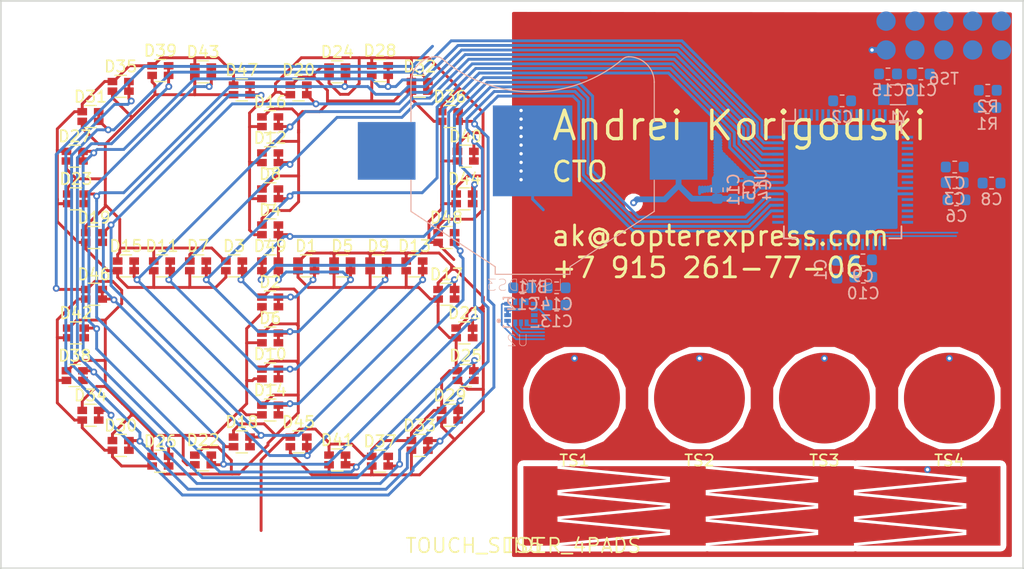
<source format=kicad_pcb>
(kicad_pcb (version 20171130) (host pcbnew 5.0.2+dfsg1-1~bpo9+1)
  (layers (0 F.Cu signal hide) (31 B.Cu signal) (34 B.Paste user hide) (35 F.Paste user) (36 B.SilkS user hide) (37 F.SilkS user hide) (38 B.Mask user hide) (39 F.Mask user hide) (44 Edge.Cuts user))
  (net 0 "")
  (net 1 LED_K0)
  (net 2 LED_K1)
  (net 3 LED_A0)
  (net 4 LED_K3)
  (net 5 LED_K2)
  (net 6 LED_K4)
  (net 7 LED_K5)
  (net 8 LED_K7)
  (net 9 LED_K6)
  (net 10 LED_K8)
  (net 11 LED_A1)
  (net 12 LED_A2)
  (net 13 LED_A3)
  (net 14 LED_A4)
  (net 15 LED_A5)
  (net 16 LED_A6)
  (net 17 LED_A7)
  (net 18 LED_A8)
  (net 19 VDD)
  (net 20 GND)
  (net 21 N$7)
  (net 22 N$6)
  (net 23 N$13)
  (net 24 N$14)
  (net 25 N$5)
  (net 26 N$19)
  (net 27 N$20)
  (net 28 N$16)
  (net 29 N$15)
  (net 30 N$17)
  (net 31 N$18)
  (net 32 N$12)
  (net 33 N$11)
  (net 34 TOUCH_PAD0)
  (net 35 N$1)
  (net 36 TOUCH_PAD1)
  (net 37 TOUCH_PAD2)
  (net 38 TOUCH_PAD3)
  (net 39 N$21)
  (net 40 N$22)
  (net 41 N$23)
  (net 42 N$24)
  (net 43 N$8)
  (net 44 N$10)
  (net 45 N$9)
  (net 46 N$25)
  (net 47 LED_K9)
  (net 48 LED_K10)
  (net 49 LED_K11)
  (net 50 N$4)
  (module footprints:LED_DUAL_0606 (layer F.Cu) (at 126.884 103.351)
    (fp_text reference D1 (at 0 -1.75) (layer F.SilkS))
    (fp_text value LED_Dual_AACC)
    (pad 3 smd rect (at 0.725 -0.425) (size 0.85 0.65) (layers F.Cu F.Paste F.Mask) (net 1 LED_K0))
    (pad 4 smd rect (at 0.725 0.425) (size 0.85 0.65) (layers F.Cu F.Paste F.Mask) (net 1 LED_K0))
    (pad 2 smd rect (at -0.725 0.425) (size 0.85 0.65) (layers F.Cu F.Paste F.Mask) (net 11 LED_A1))
    (pad 1 smd rect (at -0.725 -0.425) (size 0.85 0.65) (layers F.Cu F.Paste F.Mask) (net 3 LED_A0))
  )
  (module footprints:LED_DUAL_0606 (layer F.Cu) (at 123.709 106.526)
    (fp_text reference D2 (at 0 -1.75) (layer F.SilkS))
    (fp_text value LED_Dual_AACC)
    (pad 3 smd rect (at 0.725 -0.425) (size 0.85 0.65) (layers F.Cu F.Paste F.Mask) (net 1 LED_K0))
    (pad 4 smd rect (at 0.725 0.425) (size 0.85 0.65) (layers F.Cu F.Paste F.Mask) (net 1 LED_K0))
    (pad 2 smd rect (at -0.725 0.425) (size 0.85 0.65) (layers F.Cu F.Paste F.Mask) (net 13 LED_A3))
    (pad 1 smd rect (at -0.725 -0.425) (size 0.85 0.65) (layers F.Cu F.Paste F.Mask) (net 12 LED_A2))
  )
  (module footprints:LED_DUAL_0606 (layer F.Cu) (at 120.534 103.351)
    (fp_text reference D3 (at 0 -1.75) (layer F.SilkS))
    (fp_text value LED_Dual_AACC)
    (pad 3 smd rect (at 0.725 -0.425) (size 0.85 0.65) (layers F.Cu F.Paste F.Mask) (net 1 LED_K0))
    (pad 4 smd rect (at 0.725 0.425) (size 0.85 0.65) (layers F.Cu F.Paste F.Mask) (net 1 LED_K0))
    (pad 2 smd rect (at -0.725 0.425) (size 0.85 0.65) (layers F.Cu F.Paste F.Mask) (net 15 LED_A5))
    (pad 1 smd rect (at -0.725 -0.425) (size 0.85 0.65) (layers F.Cu F.Paste F.Mask) (net 14 LED_A4))
  )
  (module footprints:LED_DUAL_0606 (layer F.Cu) (at 123.709 100.176)
    (fp_text reference D4 (at 0 -1.75) (layer F.SilkS))
    (fp_text value LED_Dual_AACC)
    (pad 3 smd rect (at 0.725 -0.425) (size 0.85 0.65) (layers F.Cu F.Paste F.Mask) (net 1 LED_K0))
    (pad 4 smd rect (at 0.725 0.425) (size 0.85 0.65) (layers F.Cu F.Paste F.Mask) (net 1 LED_K0))
    (pad 2 smd rect (at -0.725 0.425) (size 0.85 0.65) (layers F.Cu F.Paste F.Mask) (net 17 LED_A7))
    (pad 1 smd rect (at -0.725 -0.425) (size 0.85 0.65) (layers F.Cu F.Paste F.Mask) (net 16 LED_A6))
  )
  (module footprints:LED_DUAL_0606 (layer F.Cu) (at 130.059 103.351)
    (fp_text reference D5 (at 0 -1.75) (layer F.SilkS))
    (fp_text value LED_Dual_AACC)
    (pad 3 smd rect (at 0.725 -0.425) (size 0.85 0.65) (layers F.Cu F.Paste F.Mask) (net 2 LED_K1))
    (pad 4 smd rect (at 0.725 0.425) (size 0.85 0.65) (layers F.Cu F.Paste F.Mask) (net 2 LED_K1))
    (pad 2 smd rect (at -0.725 0.425) (size 0.85 0.65) (layers F.Cu F.Paste F.Mask) (net 11 LED_A1))
    (pad 1 smd rect (at -0.725 -0.425) (size 0.85 0.65) (layers F.Cu F.Paste F.Mask) (net 3 LED_A0))
  )
  (module footprints:LED_DUAL_0606 (layer F.Cu) (at 123.709 109.701)
    (fp_text reference D6 (at 0 -1.75) (layer F.SilkS))
    (fp_text value LED_Dual_AACC)
    (pad 3 smd rect (at 0.725 -0.425) (size 0.85 0.65) (layers F.Cu F.Paste F.Mask) (net 2 LED_K1))
    (pad 4 smd rect (at 0.725 0.425) (size 0.85 0.65) (layers F.Cu F.Paste F.Mask) (net 2 LED_K1))
    (pad 2 smd rect (at -0.725 0.425) (size 0.85 0.65) (layers F.Cu F.Paste F.Mask) (net 13 LED_A3))
    (pad 1 smd rect (at -0.725 -0.425) (size 0.85 0.65) (layers F.Cu F.Paste F.Mask) (net 12 LED_A2))
  )
  (module footprints:LED_DUAL_0606 (layer F.Cu) (at 117.359 103.351)
    (fp_text reference D7 (at 0 -1.75) (layer F.SilkS))
    (fp_text value LED_Dual_AACC)
    (pad 3 smd rect (at 0.725 -0.425) (size 0.85 0.65) (layers F.Cu F.Paste F.Mask) (net 2 LED_K1))
    (pad 4 smd rect (at 0.725 0.425) (size 0.85 0.65) (layers F.Cu F.Paste F.Mask) (net 2 LED_K1))
    (pad 2 smd rect (at -0.725 0.425) (size 0.85 0.65) (layers F.Cu F.Paste F.Mask) (net 15 LED_A5))
    (pad 1 smd rect (at -0.725 -0.425) (size 0.85 0.65) (layers F.Cu F.Paste F.Mask) (net 14 LED_A4))
  )
  (module footprints:LED_DUAL_0606 (layer F.Cu) (at 123.709 97.001)
    (fp_text reference D8 (at 0 -1.75) (layer F.SilkS))
    (fp_text value LED_Dual_AACC)
    (pad 3 smd rect (at 0.725 -0.425) (size 0.85 0.65) (layers F.Cu F.Paste F.Mask) (net 2 LED_K1))
    (pad 4 smd rect (at 0.725 0.425) (size 0.85 0.65) (layers F.Cu F.Paste F.Mask) (net 2 LED_K1))
    (pad 2 smd rect (at -0.725 0.425) (size 0.85 0.65) (layers F.Cu F.Paste F.Mask) (net 17 LED_A7))
    (pad 1 smd rect (at -0.725 -0.425) (size 0.85 0.65) (layers F.Cu F.Paste F.Mask) (net 16 LED_A6))
  )
  (module footprints:LED_DUAL_0606 (layer F.Cu) (at 133.234 103.351)
    (fp_text reference D9 (at 0 -1.75) (layer F.SilkS))
    (fp_text value LED_Dual_AACC)
    (pad 3 smd rect (at 0.725 -0.425) (size 0.85 0.65) (layers F.Cu F.Paste F.Mask) (net 5 LED_K2))
    (pad 4 smd rect (at 0.725 0.425) (size 0.85 0.65) (layers F.Cu F.Paste F.Mask) (net 5 LED_K2))
    (pad 2 smd rect (at -0.725 0.425) (size 0.85 0.65) (layers F.Cu F.Paste F.Mask) (net 11 LED_A1))
    (pad 1 smd rect (at -0.725 -0.425) (size 0.85 0.65) (layers F.Cu F.Paste F.Mask) (net 3 LED_A0))
  )
  (module footprints:LED_DUAL_0606 (layer F.Cu) (at 123.709 112.875999)
    (fp_text reference D10 (at 0 -1.75) (layer F.SilkS))
    (fp_text value LED_Dual_AACC)
    (pad 3 smd rect (at 0.725 -0.425) (size 0.85 0.65) (layers F.Cu F.Paste F.Mask) (net 5 LED_K2))
    (pad 4 smd rect (at 0.725 0.425) (size 0.85 0.65) (layers F.Cu F.Paste F.Mask) (net 5 LED_K2))
    (pad 2 smd rect (at -0.725 0.425) (size 0.85 0.65) (layers F.Cu F.Paste F.Mask) (net 13 LED_A3))
    (pad 1 smd rect (at -0.725 -0.425) (size 0.85 0.65) (layers F.Cu F.Paste F.Mask) (net 12 LED_A2))
  )
  (module footprints:LED_DUAL_0606 (layer F.Cu) (at 114.184 103.351)
    (fp_text reference D11 (at 0 -1.75) (layer F.SilkS))
    (fp_text value LED_Dual_AACC)
    (pad 3 smd rect (at 0.725 -0.425) (size 0.85 0.65) (layers F.Cu F.Paste F.Mask) (net 5 LED_K2))
    (pad 4 smd rect (at 0.725 0.425) (size 0.85 0.65) (layers F.Cu F.Paste F.Mask) (net 5 LED_K2))
    (pad 2 smd rect (at -0.725 0.425) (size 0.85 0.65) (layers F.Cu F.Paste F.Mask) (net 15 LED_A5))
    (pad 1 smd rect (at -0.725 -0.425) (size 0.85 0.65) (layers F.Cu F.Paste F.Mask) (net 14 LED_A4))
  )
  (module footprints:LED_DUAL_0606 (layer F.Cu) (at 123.709 93.826)
    (fp_text reference D12 (at 0 -1.75) (layer F.SilkS))
    (fp_text value LED_Dual_AACC)
    (pad 3 smd rect (at 0.725 -0.425) (size 0.85 0.65) (layers F.Cu F.Paste F.Mask) (net 5 LED_K2))
    (pad 4 smd rect (at 0.725 0.425) (size 0.85 0.65) (layers F.Cu F.Paste F.Mask) (net 5 LED_K2))
    (pad 2 smd rect (at -0.725 0.425) (size 0.85 0.65) (layers F.Cu F.Paste F.Mask) (net 17 LED_A7))
    (pad 1 smd rect (at -0.725 -0.425) (size 0.85 0.65) (layers F.Cu F.Paste F.Mask) (net 16 LED_A6))
  )
  (module footprints:LED_DUAL_0606 (layer F.Cu) (at 136.409 103.351)
    (fp_text reference D13 (at 0 -1.75) (layer F.SilkS))
    (fp_text value LED_Dual_AACC)
    (pad 3 smd rect (at 0.725 -0.425) (size 0.85 0.65) (layers F.Cu F.Paste F.Mask) (net 4 LED_K3))
    (pad 4 smd rect (at 0.725 0.425) (size 0.85 0.65) (layers F.Cu F.Paste F.Mask) (net 4 LED_K3))
    (pad 2 smd rect (at -0.725 0.425) (size 0.85 0.65) (layers F.Cu F.Paste F.Mask) (net 11 LED_A1))
    (pad 1 smd rect (at -0.725 -0.425) (size 0.85 0.65) (layers F.Cu F.Paste F.Mask) (net 3 LED_A0))
  )
  (module footprints:LED_DUAL_0606 (layer F.Cu) (at 123.709 116.051)
    (fp_text reference D14 (at 0 -1.75) (layer F.SilkS))
    (fp_text value LED_Dual_AACC)
    (pad 3 smd rect (at 0.725 -0.425) (size 0.85 0.65) (layers F.Cu F.Paste F.Mask) (net 4 LED_K3))
    (pad 4 smd rect (at 0.725 0.425) (size 0.85 0.65) (layers F.Cu F.Paste F.Mask) (net 4 LED_K3))
    (pad 2 smd rect (at -0.725 0.425) (size 0.85 0.65) (layers F.Cu F.Paste F.Mask) (net 13 LED_A3))
    (pad 1 smd rect (at -0.725 -0.425) (size 0.85 0.65) (layers F.Cu F.Paste F.Mask) (net 12 LED_A2))
  )
  (module footprints:LED_DUAL_0606 (layer F.Cu) (at 111.009 103.351)
    (fp_text reference D15 (at 0 -1.75) (layer F.SilkS))
    (fp_text value LED_Dual_AACC)
    (pad 3 smd rect (at 0.725 -0.425) (size 0.85 0.65) (layers F.Cu F.Paste F.Mask) (net 4 LED_K3))
    (pad 4 smd rect (at 0.725 0.425) (size 0.85 0.65) (layers F.Cu F.Paste F.Mask) (net 4 LED_K3))
    (pad 2 smd rect (at -0.725 0.425) (size 0.85 0.65) (layers F.Cu F.Paste F.Mask) (net 15 LED_A5))
    (pad 1 smd rect (at -0.725 -0.425) (size 0.85 0.65) (layers F.Cu F.Paste F.Mask) (net 14 LED_A4))
  )
  (module footprints:LED_DUAL_0606 (layer F.Cu) (at 123.709 90.651)
    (fp_text reference D16 (at 0 -1.75) (layer F.SilkS))
    (fp_text value LED_Dual_AACC)
    (pad 3 smd rect (at 0.725 -0.425) (size 0.85 0.65) (layers F.Cu F.Paste F.Mask) (net 4 LED_K3))
    (pad 4 smd rect (at 0.725 0.425) (size 0.85 0.65) (layers F.Cu F.Paste F.Mask) (net 4 LED_K3))
    (pad 2 smd rect (at -0.725 0.425) (size 0.85 0.65) (layers F.Cu F.Paste F.Mask) (net 17 LED_A7))
    (pad 1 smd rect (at -0.725 -0.425) (size 0.85 0.65) (layers F.Cu F.Paste F.Mask) (net 16 LED_A6))
  )
  (module footprints:LED_DUAL_0606 (layer F.Cu) (at 139.217852 105.850666)
    (fp_text reference D17 (at 0 -1.75) (layer F.SilkS))
    (fp_text value LED_Dual_AACC)
    (pad 3 smd rect (at 0.725 -0.425) (size 0.85 0.65) (layers F.Cu F.Paste F.Mask) (net 6 LED_K4))
    (pad 4 smd rect (at 0.725 0.425) (size 0.85 0.65) (layers F.Cu F.Paste F.Mask) (net 6 LED_K4))
    (pad 2 smd rect (at -0.725 0.425) (size 0.85 0.65) (layers F.Cu F.Paste F.Mask) (net 11 LED_A1))
    (pad 1 smd rect (at -0.725 -0.425) (size 0.85 0.65) (layers F.Cu F.Paste F.Mask) (net 3 LED_A0))
  )
  (module footprints:LED_DUAL_0606 (layer F.Cu) (at 121.209333 118.859852)
    (fp_text reference D18 (at 0 -1.75) (layer F.SilkS))
    (fp_text value LED_Dual_AACC)
    (pad 3 smd rect (at 0.725 -0.425) (size 0.85 0.65) (layers F.Cu F.Paste F.Mask) (net 6 LED_K4))
    (pad 4 smd rect (at 0.725 0.425) (size 0.85 0.65) (layers F.Cu F.Paste F.Mask) (net 6 LED_K4))
    (pad 2 smd rect (at -0.725 0.425) (size 0.85 0.65) (layers F.Cu F.Paste F.Mask) (net 13 LED_A3))
    (pad 1 smd rect (at -0.725 -0.425) (size 0.85 0.65) (layers F.Cu F.Paste F.Mask) (net 12 LED_A2))
  )
  (module footprints:LED_DUAL_0606 (layer F.Cu) (at 108.200147 100.851333)
    (fp_text reference D19 (at 0 -1.75) (layer F.SilkS))
    (fp_text value LED_Dual_AACC)
    (pad 3 smd rect (at 0.725 -0.425) (size 0.85 0.65) (layers F.Cu F.Paste F.Mask) (net 6 LED_K4))
    (pad 4 smd rect (at 0.725 0.425) (size 0.85 0.65) (layers F.Cu F.Paste F.Mask) (net 6 LED_K4))
    (pad 2 smd rect (at -0.725 0.425) (size 0.85 0.65) (layers F.Cu F.Paste F.Mask) (net 15 LED_A5))
    (pad 1 smd rect (at -0.725 -0.425) (size 0.85 0.65) (layers F.Cu F.Paste F.Mask) (net 14 LED_A4))
  )
  (module footprints:LED_DUAL_0606 (layer F.Cu) (at 126.208666 87.842147)
    (fp_text reference D20 (at 0 -1.75) (layer F.SilkS))
    (fp_text value LED_Dual_AACC)
    (pad 3 smd rect (at 0.725 -0.425) (size 0.85 0.65) (layers F.Cu F.Paste F.Mask) (net 6 LED_K4))
    (pad 4 smd rect (at 0.725 0.425) (size 0.85 0.65) (layers F.Cu F.Paste F.Mask) (net 6 LED_K4))
    (pad 2 smd rect (at -0.725 0.425) (size 0.85 0.65) (layers F.Cu F.Paste F.Mask) (net 17 LED_A7))
    (pad 1 smd rect (at -0.725 -0.425) (size 0.85 0.65) (layers F.Cu F.Paste F.Mask) (net 16 LED_A6))
  )
  (module footprints:LED_DUAL_0606 (layer F.Cu) (at 140.806919 109.258431)
    (fp_text reference D21 (at 0 -1.75) (layer F.SilkS))
    (fp_text value LED_Dual_AACC)
    (pad 3 smd rect (at 0.725 -0.425) (size 0.85 0.65) (layers F.Cu F.Paste F.Mask) (net 7 LED_K5))
    (pad 4 smd rect (at 0.725 0.425) (size 0.85 0.65) (layers F.Cu F.Paste F.Mask) (net 7 LED_K5))
    (pad 2 smd rect (at -0.725 0.425) (size 0.85 0.65) (layers F.Cu F.Paste F.Mask) (net 11 LED_A1))
    (pad 1 smd rect (at -0.725 -0.425) (size 0.85 0.65) (layers F.Cu F.Paste F.Mask) (net 3 LED_A0))
  )
  (module footprints:LED_DUAL_0606 (layer F.Cu) (at 117.801568 120.448919)
    (fp_text reference D22 (at 0 -1.75) (layer F.SilkS))
    (fp_text value LED_Dual_AACC)
    (pad 3 smd rect (at 0.725 -0.425) (size 0.85 0.65) (layers F.Cu F.Paste F.Mask) (net 7 LED_K5))
    (pad 4 smd rect (at 0.725 0.425) (size 0.85 0.65) (layers F.Cu F.Paste F.Mask) (net 7 LED_K5))
    (pad 2 smd rect (at -0.725 0.425) (size 0.85 0.65) (layers F.Cu F.Paste F.Mask) (net 13 LED_A3))
    (pad 1 smd rect (at -0.725 -0.425) (size 0.85 0.65) (layers F.Cu F.Paste F.Mask) (net 12 LED_A2))
  )
  (module footprints:LED_DUAL_0606 (layer F.Cu) (at 106.61108 97.443568)
    (fp_text reference D23 (at 0 -1.75) (layer F.SilkS))
    (fp_text value LED_Dual_AACC)
    (pad 3 smd rect (at 0.725 -0.425) (size 0.85 0.65) (layers F.Cu F.Paste F.Mask) (net 7 LED_K5))
    (pad 4 smd rect (at 0.725 0.425) (size 0.85 0.65) (layers F.Cu F.Paste F.Mask) (net 7 LED_K5))
    (pad 2 smd rect (at -0.725 0.425) (size 0.85 0.65) (layers F.Cu F.Paste F.Mask) (net 15 LED_A5))
    (pad 1 smd rect (at -0.725 -0.425) (size 0.85 0.65) (layers F.Cu F.Paste F.Mask) (net 14 LED_A4))
  )
  (module footprints:LED_DUAL_0606 (layer F.Cu) (at 129.616431 86.25308)
    (fp_text reference D24 (at 0 -1.75) (layer F.SilkS))
    (fp_text value LED_Dual_AACC)
    (pad 3 smd rect (at 0.725 -0.425) (size 0.85 0.65) (layers F.Cu F.Paste F.Mask) (net 7 LED_K5))
    (pad 4 smd rect (at 0.725 0.425) (size 0.85 0.65) (layers F.Cu F.Paste F.Mask) (net 7 LED_K5))
    (pad 2 smd rect (at -0.725 0.425) (size 0.85 0.65) (layers F.Cu F.Paste F.Mask) (net 17 LED_A7))
    (pad 1 smd rect (at -0.725 -0.425) (size 0.85 0.65) (layers F.Cu F.Paste F.Mask) (net 16 LED_A6))
  )
  (module footprints:LED_DUAL_0606 (layer F.Cu) (at 140.916279 113.016892)
    (fp_text reference D25 (at 0 -1.75) (layer F.SilkS))
    (fp_text value LED_Dual_AACC)
    (pad 3 smd rect (at 0.725 -0.425) (size 0.85 0.65) (layers F.Cu F.Paste F.Mask) (net 9 LED_K6))
    (pad 4 smd rect (at 0.725 0.425) (size 0.85 0.65) (layers F.Cu F.Paste F.Mask) (net 9 LED_K6))
    (pad 2 smd rect (at -0.725 0.425) (size 0.85 0.65) (layers F.Cu F.Paste F.Mask) (net 3 LED_A0))
    (pad 1 smd rect (at -0.725 -0.425) (size 0.85 0.65) (layers F.Cu F.Paste F.Mask) (net 11 LED_A1))
  )
  (module footprints:LED_DUAL_0606 (layer F.Cu) (at 114.043107 120.558279)
    (fp_text reference D26 (at 0 -1.75) (layer F.SilkS))
    (fp_text value LED_Dual_AACC)
    (pad 3 smd rect (at 0.725 -0.425) (size 0.85 0.65) (layers F.Cu F.Paste F.Mask) (net 9 LED_K6))
    (pad 4 smd rect (at 0.725 0.425) (size 0.85 0.65) (layers F.Cu F.Paste F.Mask) (net 9 LED_K6))
    (pad 2 smd rect (at -0.725 0.425) (size 0.85 0.65) (layers F.Cu F.Paste F.Mask) (net 12 LED_A2))
    (pad 1 smd rect (at -0.725 -0.425) (size 0.85 0.65) (layers F.Cu F.Paste F.Mask) (net 13 LED_A3))
  )
  (module footprints:LED_DUAL_0606 (layer F.Cu) (at 106.50172 93.685107)
    (fp_text reference D27 (at 0 -1.75) (layer F.SilkS))
    (fp_text value LED_Dual_AACC)
    (pad 3 smd rect (at 0.725 -0.425) (size 0.85 0.65) (layers F.Cu F.Paste F.Mask) (net 9 LED_K6))
    (pad 4 smd rect (at 0.725 0.425) (size 0.85 0.65) (layers F.Cu F.Paste F.Mask) (net 9 LED_K6))
    (pad 2 smd rect (at -0.725 0.425) (size 0.85 0.65) (layers F.Cu F.Paste F.Mask) (net 14 LED_A4))
    (pad 1 smd rect (at -0.725 -0.425) (size 0.85 0.65) (layers F.Cu F.Paste F.Mask) (net 15 LED_A5))
  )
  (module footprints:LED_DUAL_0606 (layer F.Cu) (at 133.374892 86.14372)
    (fp_text reference D28 (at 0 -1.75) (layer F.SilkS))
    (fp_text value LED_Dual_AACC)
    (pad 3 smd rect (at 0.725 -0.425) (size 0.85 0.65) (layers F.Cu F.Paste F.Mask) (net 9 LED_K6))
    (pad 4 smd rect (at 0.725 0.425) (size 0.85 0.65) (layers F.Cu F.Paste F.Mask) (net 9 LED_K6))
    (pad 2 smd rect (at -0.725 0.425) (size 0.85 0.65) (layers F.Cu F.Paste F.Mask) (net 16 LED_A6))
    (pad 1 smd rect (at -0.725 -0.425) (size 0.85 0.65) (layers F.Cu F.Paste F.Mask) (net 17 LED_A7))
  )
  (module footprints:LED_DUAL_0606 (layer F.Cu) (at 139.528045 116.511287)
    (fp_text reference D29 (at 0 -1.75) (layer F.SilkS))
    (fp_text value LED_Dual_AACC)
    (pad 3 smd rect (at 0.725 -0.425) (size 0.85 0.65) (layers F.Cu F.Paste F.Mask) (net 8 LED_K7))
    (pad 4 smd rect (at 0.725 0.425) (size 0.85 0.65) (layers F.Cu F.Paste F.Mask) (net 8 LED_K7))
    (pad 2 smd rect (at -0.725 0.425) (size 0.85 0.65) (layers F.Cu F.Paste F.Mask) (net 3 LED_A0))
    (pad 1 smd rect (at -0.725 -0.425) (size 0.85 0.65) (layers F.Cu F.Paste F.Mask) (net 11 LED_A1))
  )
  (module footprints:LED_DUAL_0606 (layer F.Cu) (at 110.548712 119.170045)
    (fp_text reference D30 (at 0 -1.75) (layer F.SilkS))
    (fp_text value LED_Dual_AACC)
    (pad 3 smd rect (at 0.725 -0.425) (size 0.85 0.65) (layers F.Cu F.Paste F.Mask) (net 8 LED_K7))
    (pad 4 smd rect (at 0.725 0.425) (size 0.85 0.65) (layers F.Cu F.Paste F.Mask) (net 8 LED_K7))
    (pad 2 smd rect (at -0.725 0.425) (size 0.85 0.65) (layers F.Cu F.Paste F.Mask) (net 12 LED_A2))
    (pad 1 smd rect (at -0.725 -0.425) (size 0.85 0.65) (layers F.Cu F.Paste F.Mask) (net 13 LED_A3))
  )
  (module footprints:LED_DUAL_0606 (layer F.Cu) (at 107.889954 90.190712)
    (fp_text reference D31 (at 0 -1.75) (layer F.SilkS))
    (fp_text value LED_Dual_AACC)
    (pad 3 smd rect (at 0.725 -0.425) (size 0.85 0.65) (layers F.Cu F.Paste F.Mask) (net 8 LED_K7))
    (pad 4 smd rect (at 0.725 0.425) (size 0.85 0.65) (layers F.Cu F.Paste F.Mask) (net 8 LED_K7))
    (pad 2 smd rect (at -0.725 0.425) (size 0.85 0.65) (layers F.Cu F.Paste F.Mask) (net 14 LED_A4))
    (pad 1 smd rect (at -0.725 -0.425) (size 0.85 0.65) (layers F.Cu F.Paste F.Mask) (net 15 LED_A5))
  )
  (module footprints:LED_DUAL_0606 (layer F.Cu) (at 136.869287 87.531954)
    (fp_text reference D32 (at 0 -1.75) (layer F.SilkS))
    (fp_text value LED_Dual_AACC)
    (pad 3 smd rect (at 0.725 -0.425) (size 0.85 0.65) (layers F.Cu F.Paste F.Mask) (net 8 LED_K7))
    (pad 4 smd rect (at 0.725 0.425) (size 0.85 0.65) (layers F.Cu F.Paste F.Mask) (net 8 LED_K7))
    (pad 2 smd rect (at -0.725 0.425) (size 0.85 0.65) (layers F.Cu F.Paste F.Mask) (net 16 LED_A6))
    (pad 1 smd rect (at -0.725 -0.425) (size 0.85 0.65) (layers F.Cu F.Paste F.Mask) (net 17 LED_A7))
  )
  (module footprints:LED_DUAL_0606 (layer F.Cu) (at 136.869287 119.170045)
    (fp_text reference D33 (at 0 -1.75) (layer F.SilkS))
    (fp_text value LED_Dual_AACC)
    (pad 3 smd rect (at 0.725 -0.425) (size 0.85 0.65) (layers F.Cu F.Paste F.Mask) (net 10 LED_K8))
    (pad 4 smd rect (at 0.725 0.425) (size 0.85 0.65) (layers F.Cu F.Paste F.Mask) (net 10 LED_K8))
    (pad 2 smd rect (at -0.725 0.425) (size 0.85 0.65) (layers F.Cu F.Paste F.Mask) (net 3 LED_A0))
    (pad 1 smd rect (at -0.725 -0.425) (size 0.85 0.65) (layers F.Cu F.Paste F.Mask) (net 11 LED_A1))
  )
  (module footprints:LED_DUAL_0606 (layer F.Cu) (at 107.889954 116.511287)
    (fp_text reference D34 (at 0 -1.75) (layer F.SilkS))
    (fp_text value LED_Dual_AACC)
    (pad 3 smd rect (at 0.725 -0.425) (size 0.85 0.65) (layers F.Cu F.Paste F.Mask) (net 10 LED_K8))
    (pad 4 smd rect (at 0.725 0.425) (size 0.85 0.65) (layers F.Cu F.Paste F.Mask) (net 10 LED_K8))
    (pad 2 smd rect (at -0.725 0.425) (size 0.85 0.65) (layers F.Cu F.Paste F.Mask) (net 12 LED_A2))
    (pad 1 smd rect (at -0.725 -0.425) (size 0.85 0.65) (layers F.Cu F.Paste F.Mask) (net 13 LED_A3))
  )
  (module footprints:LED_DUAL_0606 (layer F.Cu) (at 110.548712 87.531954)
    (fp_text reference D35 (at 0 -1.75) (layer F.SilkS))
    (fp_text value LED_Dual_AACC)
    (pad 3 smd rect (at 0.725 -0.425) (size 0.85 0.65) (layers F.Cu F.Paste F.Mask) (net 10 LED_K8))
    (pad 4 smd rect (at 0.725 0.425) (size 0.85 0.65) (layers F.Cu F.Paste F.Mask) (net 10 LED_K8))
    (pad 2 smd rect (at -0.725 0.425) (size 0.85 0.65) (layers F.Cu F.Paste F.Mask) (net 14 LED_A4))
    (pad 1 smd rect (at -0.725 -0.425) (size 0.85 0.65) (layers F.Cu F.Paste F.Mask) (net 15 LED_A5))
  )
  (module footprints:LED_DUAL_0606 (layer F.Cu) (at 139.528045 90.190712)
    (fp_text reference D36 (at 0 -1.75) (layer F.SilkS))
    (fp_text value LED_Dual_AACC)
    (pad 3 smd rect (at 0.725 -0.425) (size 0.85 0.65) (layers F.Cu F.Paste F.Mask) (net 10 LED_K8))
    (pad 4 smd rect (at 0.725 0.425) (size 0.85 0.65) (layers F.Cu F.Paste F.Mask) (net 10 LED_K8))
    (pad 2 smd rect (at -0.725 0.425) (size 0.85 0.65) (layers F.Cu F.Paste F.Mask) (net 16 LED_A6))
    (pad 1 smd rect (at -0.725 -0.425) (size 0.85 0.65) (layers F.Cu F.Paste F.Mask) (net 17 LED_A7))
  )
  (module footprints:LED_DUAL_0606 (layer F.Cu) (at 133.374892 120.558279)
    (fp_text reference D37 (at 0 -1.75) (layer F.SilkS))
    (fp_text value LED_Dual_AACC)
    (pad 3 smd rect (at 0.725 -0.425) (size 0.85 0.65) (layers F.Cu F.Paste F.Mask) (net 47 LED_K9))
    (pad 4 smd rect (at 0.725 0.425) (size 0.85 0.65) (layers F.Cu F.Paste F.Mask) (net 47 LED_K9))
    (pad 2 smd rect (at -0.725 0.425) (size 0.85 0.65) (layers F.Cu F.Paste F.Mask) (net 3 LED_A0))
    (pad 1 smd rect (at -0.725 -0.425) (size 0.85 0.65) (layers F.Cu F.Paste F.Mask) (net 11 LED_A1))
  )
  (module footprints:LED_DUAL_0606 (layer F.Cu) (at 106.50172 113.016892)
    (fp_text reference D38 (at 0 -1.75) (layer F.SilkS))
    (fp_text value LED_Dual_AACC)
    (pad 3 smd rect (at 0.725 -0.425) (size 0.85 0.65) (layers F.Cu F.Paste F.Mask) (net 47 LED_K9))
    (pad 4 smd rect (at 0.725 0.425) (size 0.85 0.65) (layers F.Cu F.Paste F.Mask) (net 47 LED_K9))
    (pad 2 smd rect (at -0.725 0.425) (size 0.85 0.65) (layers F.Cu F.Paste F.Mask) (net 12 LED_A2))
    (pad 1 smd rect (at -0.725 -0.425) (size 0.85 0.65) (layers F.Cu F.Paste F.Mask) (net 13 LED_A3))
  )
  (module footprints:LED_DUAL_0606 (layer F.Cu) (at 114.043107 86.14372)
    (fp_text reference D39 (at 0 -1.75) (layer F.SilkS))
    (fp_text value LED_Dual_AACC)
    (pad 3 smd rect (at 0.725 -0.425) (size 0.85 0.65) (layers F.Cu F.Paste F.Mask) (net 47 LED_K9))
    (pad 4 smd rect (at 0.725 0.425) (size 0.85 0.65) (layers F.Cu F.Paste F.Mask) (net 47 LED_K9))
    (pad 2 smd rect (at -0.725 0.425) (size 0.85 0.65) (layers F.Cu F.Paste F.Mask) (net 14 LED_A4))
    (pad 1 smd rect (at -0.725 -0.425) (size 0.85 0.65) (layers F.Cu F.Paste F.Mask) (net 15 LED_A5))
  )
  (module footprints:LED_DUAL_0606 (layer F.Cu) (at 140.916279 93.685107)
    (fp_text reference D40 (at 0 -1.75) (layer F.SilkS))
    (fp_text value LED_Dual_AACC)
    (pad 3 smd rect (at 0.725 -0.425) (size 0.85 0.65) (layers F.Cu F.Paste F.Mask) (net 47 LED_K9))
    (pad 4 smd rect (at 0.725 0.425) (size 0.85 0.65) (layers F.Cu F.Paste F.Mask) (net 47 LED_K9))
    (pad 2 smd rect (at -0.725 0.425) (size 0.85 0.65) (layers F.Cu F.Paste F.Mask) (net 16 LED_A6))
    (pad 1 smd rect (at -0.725 -0.425) (size 0.85 0.65) (layers F.Cu F.Paste F.Mask) (net 17 LED_A7))
  )
  (module footprints:LED_DUAL_0606 (layer F.Cu) (at 129.616431 120.448919)
    (fp_text reference D41 (at 0 -1.75) (layer F.SilkS))
    (fp_text value LED_Dual_AACC)
    (pad 3 smd rect (at 0.725 -0.425) (size 0.85 0.65) (layers F.Cu F.Paste F.Mask) (net 48 LED_K10))
    (pad 4 smd rect (at 0.725 0.425) (size 0.85 0.65) (layers F.Cu F.Paste F.Mask) (net 48 LED_K10))
    (pad 2 smd rect (at -0.725 0.425) (size 0.85 0.65) (layers F.Cu F.Paste F.Mask) (net 3 LED_A0))
    (pad 1 smd rect (at -0.725 -0.425) (size 0.85 0.65) (layers F.Cu F.Paste F.Mask) (net 11 LED_A1))
  )
  (module footprints:LED_DUAL_0606 (layer F.Cu) (at 106.61108 109.258431)
    (fp_text reference D42 (at 0 -1.75) (layer F.SilkS))
    (fp_text value LED_Dual_AACC)
    (pad 3 smd rect (at 0.725 -0.425) (size 0.85 0.65) (layers F.Cu F.Paste F.Mask) (net 48 LED_K10))
    (pad 4 smd rect (at 0.725 0.425) (size 0.85 0.65) (layers F.Cu F.Paste F.Mask) (net 48 LED_K10))
    (pad 2 smd rect (at -0.725 0.425) (size 0.85 0.65) (layers F.Cu F.Paste F.Mask) (net 12 LED_A2))
    (pad 1 smd rect (at -0.725 -0.425) (size 0.85 0.65) (layers F.Cu F.Paste F.Mask) (net 13 LED_A3))
  )
  (module footprints:LED_DUAL_0606 (layer F.Cu) (at 117.801568 86.25308)
    (fp_text reference D43 (at 0 -1.75) (layer F.SilkS))
    (fp_text value LED_Dual_AACC)
    (pad 3 smd rect (at 0.725 -0.425) (size 0.85 0.65) (layers F.Cu F.Paste F.Mask) (net 48 LED_K10))
    (pad 4 smd rect (at 0.725 0.425) (size 0.85 0.65) (layers F.Cu F.Paste F.Mask) (net 48 LED_K10))
    (pad 2 smd rect (at -0.725 0.425) (size 0.85 0.65) (layers F.Cu F.Paste F.Mask) (net 14 LED_A4))
    (pad 1 smd rect (at -0.725 -0.425) (size 0.85 0.65) (layers F.Cu F.Paste F.Mask) (net 15 LED_A5))
  )
  (module footprints:LED_DUAL_0606 (layer F.Cu) (at 140.806919 97.443568)
    (fp_text reference D44 (at 0 -1.75) (layer F.SilkS))
    (fp_text value LED_Dual_AACC)
    (pad 3 smd rect (at 0.725 -0.425) (size 0.85 0.65) (layers F.Cu F.Paste F.Mask) (net 48 LED_K10))
    (pad 4 smd rect (at 0.725 0.425) (size 0.85 0.65) (layers F.Cu F.Paste F.Mask) (net 48 LED_K10))
    (pad 2 smd rect (at -0.725 0.425) (size 0.85 0.65) (layers F.Cu F.Paste F.Mask) (net 16 LED_A6))
    (pad 1 smd rect (at -0.725 -0.425) (size 0.85 0.65) (layers F.Cu F.Paste F.Mask) (net 17 LED_A7))
  )
  (module footprints:LED_DUAL_0606 (layer F.Cu) (at 126.208666 118.859852)
    (fp_text reference D45 (at 0 -1.75) (layer F.SilkS))
    (fp_text value LED_Dual_AACC)
    (pad 3 smd rect (at 0.725 -0.425) (size 0.85 0.65) (layers F.Cu F.Paste F.Mask) (net 49 LED_K11))
    (pad 4 smd rect (at 0.725 0.425) (size 0.85 0.65) (layers F.Cu F.Paste F.Mask) (net 49 LED_K11))
    (pad 2 smd rect (at -0.725 0.425) (size 0.85 0.65) (layers F.Cu F.Paste F.Mask) (net 3 LED_A0))
    (pad 1 smd rect (at -0.725 -0.425) (size 0.85 0.65) (layers F.Cu F.Paste F.Mask) (net 11 LED_A1))
  )
  (module footprints:LED_DUAL_0606 (layer F.Cu) (at 108.200147 105.850666)
    (fp_text reference D46 (at 0 -1.75) (layer F.SilkS))
    (fp_text value LED_Dual_AACC)
    (pad 3 smd rect (at 0.725 -0.425) (size 0.85 0.65) (layers F.Cu F.Paste F.Mask) (net 49 LED_K11))
    (pad 4 smd rect (at 0.725 0.425) (size 0.85 0.65) (layers F.Cu F.Paste F.Mask) (net 49 LED_K11))
    (pad 2 smd rect (at -0.725 0.425) (size 0.85 0.65) (layers F.Cu F.Paste F.Mask) (net 12 LED_A2))
    (pad 1 smd rect (at -0.725 -0.425) (size 0.85 0.65) (layers F.Cu F.Paste F.Mask) (net 13 LED_A3))
  )
  (module footprints:LED_DUAL_0606 (layer F.Cu) (at 121.209333 87.842147)
    (fp_text reference D47 (at 0 -1.75) (layer F.SilkS))
    (fp_text value LED_Dual_AACC)
    (pad 3 smd rect (at 0.725 -0.425) (size 0.85 0.65) (layers F.Cu F.Paste F.Mask) (net 49 LED_K11))
    (pad 4 smd rect (at 0.725 0.425) (size 0.85 0.65) (layers F.Cu F.Paste F.Mask) (net 49 LED_K11))
    (pad 2 smd rect (at -0.725 0.425) (size 0.85 0.65) (layers F.Cu F.Paste F.Mask) (net 14 LED_A4))
    (pad 1 smd rect (at -0.725 -0.425) (size 0.85 0.65) (layers F.Cu F.Paste F.Mask) (net 15 LED_A5))
  )
  (module footprints:LED_DUAL_0606 (layer F.Cu) (at 139.217852 100.851333)
    (fp_text reference D48 (at 0 -1.75) (layer F.SilkS))
    (fp_text value LED_Dual_AACC)
    (pad 3 smd rect (at 0.725 -0.425) (size 0.85 0.65) (layers F.Cu F.Paste F.Mask) (net 49 LED_K11))
    (pad 4 smd rect (at 0.725 0.425) (size 0.85 0.65) (layers F.Cu F.Paste F.Mask) (net 49 LED_K11))
    (pad 2 smd rect (at -0.725 0.425) (size 0.85 0.65) (layers F.Cu F.Paste F.Mask) (net 16 LED_A6))
    (pad 1 smd rect (at -0.725 -0.425) (size 0.85 0.65) (layers F.Cu F.Paste F.Mask) (net 17 LED_A7))
  )
  (module footprints:LED_DUAL_0606 (layer F.Cu) (at 123.709 103.351)
    (fp_text reference D49 (at 0 -1.75) (layer F.SilkS))
    (fp_text value LED_Dual_AACC)
    (pad 3 smd rect (at 0.725 -0.425) (size 0.85 0.65) (layers F.Cu F.Paste F.Mask) (net 1 LED_K0))
    (pad 4 smd rect (at 0.725 0.425) (size 0.85 0.65) (layers F.Cu F.Paste F.Mask) (net 2 LED_K1))
    (pad 2 smd rect (at -0.725 0.425) (size 0.85 0.65) (layers F.Cu F.Paste F.Mask) (net 18 LED_A8))
    (pad 1 smd rect (at -0.725 -0.425) (size 0.85 0.65) (layers F.Cu F.Paste F.Mask) (net 18 LED_A8))
  )
  (module Resistor_SMD:R_0603_1608Metric (layer B.Cu) (at 186.8425 89.408)
    (fp_text reference R1 (at 0 1.43) (layer B.SilkS) (effects (justify mirror)))
    (fp_text value 0)
    (pad 2 smd roundrect (at 0.7875 0) (size 0.875 0.95) (layers B.Cu B.Paste B.Mask) (net 20 GND))
    (pad 1 smd roundrect (at -0.7875 0) (size 0.875 0.95) (layers B.Cu B.Paste B.Mask) (net 42 N$24))
  )
  (module Package_QFP:LQFP-64_10x10mm_P0.5mm (layer B.Cu) (at 174.10708 95.75756 270)
    (fp_text reference U1 (at 0 7.2 270) (layer B.SilkS) (effects (justify mirror)))
    (fp_text value EFM32LG232F64)
    (pad 64 smd rect (at -3.75 5.7 180) (size 1 0.25) (layers B.Cu B.Paste B.Mask) (net 8 LED_K7))
    (pad 63 smd rect (at -3.25 5.7 180) (size 1 0.25) (layers B.Cu B.Paste B.Mask) (net 9 LED_K6))
    (pad 62 smd rect (at -2.75 5.7 180) (size 1 0.25) (layers B.Cu B.Paste B.Mask) (net 7 LED_K5))
    (pad 61 smd rect (at -2.25 5.7 180) (size 1 0.25) (layers B.Cu B.Paste B.Mask) (net 6 LED_K4))
    (pad 60 smd rect (at -1.75 5.7 180) (size 1 0.25) (layers B.Cu B.Paste B.Mask) (net 4 LED_K3))
    (pad 59 smd rect (at -1.25 5.7 180) (size 1 0.25) (layers B.Cu B.Paste B.Mask) (net 5 LED_K2))
    (pad 58 smd rect (at -0.75 5.7 180) (size 1 0.25) (layers B.Cu B.Paste B.Mask) (net 2 LED_K1))
    (pad 57 smd rect (at -0.25 5.7 180) (size 1 0.25) (layers B.Cu B.Paste B.Mask) (net 1 LED_K0))
    (pad 56 smd rect (at 0.25 5.7 180) (size 1 0.25) (layers B.Cu B.Paste B.Mask) (net 20 GND))
    (pad 55 smd rect (at 0.75 5.7 180) (size 1 0.25) (layers B.Cu B.Paste B.Mask) (net 19 VDD))
    (pad 54 smd rect (at 1.25 5.7 180) (size 1 0.25) (layers B.Cu B.Paste B.Mask) (net 49 LED_K11))
    (pad 53 smd rect (at 1.75 5.7 180) (size 1 0.25) (layers B.Cu B.Paste B.Mask) (net 48 LED_K10))
    (pad 52 smd rect (at 2.25 5.7 180) (size 1 0.25) (layers B.Cu B.Paste B.Mask) (net 47 LED_K9))
    (pad 51 smd rect (at 2.75 5.7 180) (size 1 0.25) (layers B.Cu B.Paste B.Mask) (net 10 LED_K8))
    (pad 50 smd rect (at 3.25 5.7 180) (size 1 0.25) (layers B.Cu B.Paste B.Mask) (net 43 N$8))
    (pad 49 smd rect (at 3.75 5.7 180) (size 1 0.25) (layers B.Cu B.Paste B.Mask) (net 45 N$9))
    (pad 48 smd rect (at 5.7 3.75 270) (size 1 0.25) (layers B.Cu B.Paste B.Mask) (net 21 N$7))
    (pad 47 smd rect (at 5.7 3.25 270) (size 1 0.25) (layers B.Cu B.Paste B.Mask) (net 27 N$20))
    (pad 46 smd rect (at 5.7 2.75 270) (size 1 0.25) (layers B.Cu B.Paste B.Mask) (net 39 N$21))
    (pad 45 smd rect (at 5.7 2.25 270) (size 1 0.25) (layers B.Cu B.Paste B.Mask) (net 40 N$22))
    (pad 44 smd rect (at 5.7 1.75 270) (size 1 0.25) (layers B.Cu B.Paste B.Mask) (net 41 N$23))
    (pad 43 smd rect (at 5.7 1.25 270) (size 1 0.25) (layers B.Cu B.Paste B.Mask) (net 38 TOUCH_PAD3))
    (pad 42 smd rect (at 5.7 0.75 270) (size 1 0.25) (layers B.Cu B.Paste B.Mask) (net 37 TOUCH_PAD2))
    (pad 41 smd rect (at 5.7 0.25 270) (size 1 0.25) (layers B.Cu B.Paste B.Mask) (net 36 TOUCH_PAD1))
    (pad 40 smd rect (at 5.7 -0.25 270) (size 1 0.25) (layers B.Cu B.Paste B.Mask) (net 35 N$1))
    (pad 39 smd rect (at 5.7 -0.75 270) (size 1 0.25) (layers B.Cu B.Paste B.Mask) (net 19 VDD))
    (pad 38 smd rect (at 5.7 -1.25 270) (size 1 0.25) (layers B.Cu B.Paste B.Mask) (net 20 GND))
    (pad 37 smd rect (at 5.7 -1.75 270) (size 1 0.25) (layers B.Cu B.Paste B.Mask) (net 34 TOUCH_PAD0))
    (pad 36 smd rect (at 5.7 -2.25 270) (size 1 0.25) (layers B.Cu B.Paste B.Mask) (net 20 GND))
    (pad 35 smd rect (at 5.7 -2.75 270) (size 1 0.25) (layers B.Cu B.Paste B.Mask) (net 44 N$10))
    (pad 34 smd rect (at 5.7 -3.25 270) (size 1 0.25) (layers B.Cu B.Paste B.Mask) (net 33 N$11))
    (pad 33 smd rect (at 5.7 -3.75 270) (size 1 0.25) (layers B.Cu B.Paste B.Mask) (net 20 GND))
    (pad 32 smd rect (at 3.75 -5.7 180) (size 1 0.25) (layers B.Cu B.Paste B.Mask) (net 20 GND))
    (pad 31 smd rect (at 3.25 -5.7 180) (size 1 0.25) (layers B.Cu B.Paste B.Mask) (net 29 N$15))
    (pad 30 smd rect (at 2.75 -5.7 180) (size 1 0.25) (layers B.Cu B.Paste B.Mask) (net 24 N$14))
    (pad 29 smd rect (at 2.25 -5.7 180) (size 1 0.25) (layers B.Cu B.Paste B.Mask) (net 32 N$12))
    (pad 28 smd rect (at 1.75 -5.7 180) (size 1 0.25) (layers B.Cu B.Paste B.Mask) (net 23 N$13))
    (pad 27 smd rect (at 1.25 -5.7 180) (size 1 0.25) (layers B.Cu B.Paste B.Mask) (net 19 VDD))
    (pad 26 smd rect (at 0.75 -5.7 180) (size 1 0.25) (layers B.Cu B.Paste B.Mask) (net 19 VDD))
    (pad 25 smd rect (at 0.25 -5.7 180) (size 1 0.25) (layers B.Cu B.Paste B.Mask) (net 30 N$17))
    (pad 24 smd rect (at -0.25 -5.7 180) (size 1 0.25) (layers B.Cu B.Paste B.Mask) (net 28 N$16))
    (pad 23 smd rect (at -0.75 -5.7 180) (size 1 0.25) (layers B.Cu B.Paste B.Mask) (net 19 VDD))
    (pad 22 smd rect (at -1.25 -5.7 180) (size 1 0.25) (layers B.Cu B.Paste B.Mask) (net 20 GND))
    (pad 21 smd rect (at -1.75 -5.7 180) (size 1 0.25) (layers B.Cu B.Paste B.Mask) (net 20 GND))
    (pad 20 smd rect (at -2.25 -5.7 180) (size 1 0.25) (layers B.Cu B.Paste B.Mask) (net 50 N$4))
    (pad 19 smd rect (at -2.75 -5.7 180) (size 1 0.25) (layers B.Cu B.Paste B.Mask) (net 18 LED_A8))
    (pad 18 smd rect (at -3.25 -5.7 180) (size 1 0.25) (layers B.Cu B.Paste B.Mask) (net 17 LED_A7))
    (pad 17 smd rect (at -3.75 -5.7 180) (size 1 0.25) (layers B.Cu B.Paste B.Mask) (net 16 LED_A6))
    (pad 16 smd rect (at -5.7 -3.75 270) (size 1 0.25) (layers B.Cu B.Paste B.Mask) (net 26 N$19))
    (pad 15 smd rect (at -5.7 -3.25 270) (size 1 0.25) (layers B.Cu B.Paste B.Mask) (net 31 N$18))
    (pad 14 smd rect (at -5.7 -2.75 270) (size 1 0.25) (layers B.Cu B.Paste B.Mask) (net 46 N$25))
    (pad 13 smd rect (at -5.7 -2.25 270) (size 1 0.25) (layers B.Cu B.Paste B.Mask) (net 42 N$24))
    (pad 12 smd rect (at -5.7 -1.75 270) (size 1 0.25) (layers B.Cu B.Paste B.Mask) (net 20 GND))
    (pad 11 smd rect (at -5.7 -1.25 270) (size 1 0.25) (layers B.Cu B.Paste B.Mask) (net 20 GND))
    (pad 10 smd rect (at -5.7 -0.75 270) (size 1 0.25) (layers B.Cu B.Paste B.Mask) (net 25 N$5))
    (pad 9 smd rect (at -5.7 -0.25 270) (size 1 0.25) (layers B.Cu B.Paste B.Mask) (net 22 N$6))
    (pad 8 smd rect (at -5.7 0.25 270) (size 1 0.25) (layers B.Cu B.Paste B.Mask) (net 20 GND))
    (pad 7 smd rect (at -5.7 0.75 270) (size 1 0.25) (layers B.Cu B.Paste B.Mask) (net 19 VDD))
    (pad 6 smd rect (at -5.7 1.25 270) (size 1 0.25) (layers B.Cu B.Paste B.Mask) (net 15 LED_A5))
    (pad 5 smd rect (at -5.7 1.75 270) (size 1 0.25) (layers B.Cu B.Paste B.Mask) (net 14 LED_A4))
    (pad 4 smd rect (at -5.7 2.25 270) (size 1 0.25) (layers B.Cu B.Paste B.Mask) (net 13 LED_A3))
    (pad 3 smd rect (at -5.7 2.75 270) (size 1 0.25) (layers B.Cu B.Paste B.Mask) (net 12 LED_A2))
    (pad 2 smd rect (at -5.7 3.25 270) (size 1 0.25) (layers B.Cu B.Paste B.Mask) (net 11 LED_A1))
    (pad 1 smd rect (at -5.7 3.75 270) (size 1 0.25) (layers B.Cu B.Paste B.Mask) (net 3 LED_A0))
  )
  (module Crystal:Crystal_SMD_3215-2Pin_3.2x1.5mm (layer B.Cu) (at 178.98142 88.2777)
    (fp_text reference Y1 (at 0 2) (layer B.SilkS) (effects (justify mirror)))
    (fp_text value 32768Hz)
    (pad 1 smd rect (at -1.25 0) (size 1 1.8) (layers B.Cu B.Paste B.Mask) (net 31 N$18))
    (pad 2 smd rect (at 1.25 0) (size 1 1.8) (layers B.Cu B.Paste B.Mask) (net 26 N$19))
  )
  (module Capacitor_SMD:C_0603_1608Metric (layer B.Cu) (at 173.609 103.6829 270)
    (fp_text reference C1 (at 0 1.43 270) (layer B.SilkS) (effects (justify mirror)))
    (fp_text value 1uF)
    (pad 2 smd roundrect (at 0.7875 0 270) (size 0.875 0.95) (layers B.Cu B.Paste B.Mask) (net 20 GND))
    (pad 1 smd roundrect (at -0.7875 0 270) (size 0.875 0.95) (layers B.Cu B.Paste B.Mask) (net 35 N$1))
  )
  (module Capacitor_SMD:C_0603_1608Metric (layer B.Cu) (at 183.9723 96.012)
    (fp_text reference C3 (at 0 1.43) (layer B.SilkS) (effects (justify mirror)))
    (fp_text value 0.1uF)
    (pad 2 smd roundrect (at 0.7875 0) (size 0.875 0.95) (layers B.Cu B.Paste B.Mask) (net 20 GND))
    (pad 1 smd roundrect (at -0.7875 0) (size 0.875 0.95) (layers B.Cu B.Paste B.Mask) (net 19 VDD))
  )
  (module Capacitor_SMD:C_0603_1608Metric (layer B.Cu) (at 165.862 96.647 90)
    (fp_text reference C4 (at 0 1.43 90) (layer B.SilkS) (effects (justify mirror)))
    (fp_text value 0.1uF)
    (pad 2 smd roundrect (at 0.7875 0 90) (size 0.875 0.95) (layers B.Cu B.Paste B.Mask) (net 20 GND))
    (pad 1 smd roundrect (at -0.7875 0 90) (size 0.875 0.95) (layers B.Cu B.Paste B.Mask) (net 19 VDD))
  )
  (module Capacitor_SMD:C_0603_1608Metric (layer B.Cu) (at 164.465 96.647 90)
    (fp_text reference C5 (at 0 1.43 90) (layer B.SilkS) (effects (justify mirror)))
    (fp_text value 10uF)
    (pad 2 smd roundrect (at 0.7875 0 90) (size 0.875 0.95) (layers B.Cu B.Paste B.Mask) (net 20 GND))
    (pad 1 smd roundrect (at -0.7875 0 90) (size 0.875 0.95) (layers B.Cu B.Paste B.Mask) (net 19 VDD))
  )
  (module Capacitor_SMD:C_0603_1608Metric (layer B.Cu) (at 184.1245 97.536)
    (fp_text reference C6 (at 0 1.43) (layer B.SilkS) (effects (justify mirror)))
    (fp_text value 10nF)
    (pad 2 smd roundrect (at 0.7875 0) (size 0.875 0.95) (layers B.Cu B.Paste B.Mask) (net 20 GND))
    (pad 1 smd roundrect (at -0.7875 0) (size 0.875 0.95) (layers B.Cu B.Paste B.Mask) (net 19 VDD))
  )
  (module Capacitor_SMD:C_0603_1608Metric (layer B.Cu) (at 183.9723 94.6404)
    (fp_text reference C7 (at 0 1.43) (layer B.SilkS) (effects (justify mirror)))
    (fp_text value 10nF)
    (pad 2 smd roundrect (at 0.7875 0) (size 0.875 0.95) (layers B.Cu B.Paste B.Mask) (net 20 GND))
    (pad 1 smd roundrect (at -0.7875 0) (size 0.875 0.95) (layers B.Cu B.Paste B.Mask) (net 19 VDD))
  )
  (module Capacitor_SMD:C_0603_1608Metric (layer B.Cu) (at 187.21324 96.05518)
    (fp_text reference C8 (at 0 1.43) (layer B.SilkS) (effects (justify mirror)))
    (fp_text value 10uF)
    (pad 2 smd roundrect (at 0.7875 0) (size 0.875 0.95) (layers B.Cu B.Paste B.Mask) (net 20 GND))
    (pad 1 smd roundrect (at -0.7875 0) (size 0.875 0.95) (layers B.Cu B.Paste B.Mask) (net 19 VDD))
  )
  (module Capacitor_SMD:C_0603_1608Metric (layer B.Cu) (at 175.8949 102.8192)
    (fp_text reference C9 (at 0 1.43) (layer B.SilkS) (effects (justify mirror)))
    (fp_text value 0.1uF)
    (pad 2 smd roundrect (at 0.7875 0) (size 0.875 0.95) (layers B.Cu B.Paste B.Mask) (net 20 GND))
    (pad 1 smd roundrect (at -0.7875 0) (size 0.875 0.95) (layers B.Cu B.Paste B.Mask) (net 19 VDD))
  )
  (module Capacitor_SMD:C_0603_1608Metric (layer B.Cu) (at 175.9203 104.3432)
    (fp_text reference C10 (at 0 1.43) (layer B.SilkS) (effects (justify mirror)))
    (fp_text value 3.3uF)
    (pad 2 smd roundrect (at 0.7875 0) (size 0.875 0.95) (layers B.Cu B.Paste B.Mask) (net 20 GND))
    (pad 1 smd roundrect (at -0.7875 0) (size 0.875 0.95) (layers B.Cu B.Paste B.Mask) (net 19 VDD))
  )
  (module Capacitor_SMD:C_0603_1608Metric (layer B.Cu) (at 163.068 96.647 90)
    (fp_text reference C11 (at 0 1.43 90) (layer B.SilkS) (effects (justify mirror)))
    (fp_text value 100uF)
    (pad 2 smd roundrect (at 0.7875 0 90) (size 0.875 0.95) (layers B.Cu B.Paste B.Mask) (net 20 GND))
    (pad 1 smd roundrect (at -0.7875 0 90) (size 0.875 0.95) (layers B.Cu B.Paste B.Mask) (net 19 VDD))
  )
  (module Capacitor_SMD:C_0603_1608Metric (layer B.Cu) (at 145.8975 105.283)
    (fp_text reference C12 (at 0 1.43) (layer B.SilkS) (effects (justify mirror)))
    (fp_text value 0.1uF)
    (pad 2 smd roundrect (at 0.7875 0) (size 0.875 0.95) (layers B.Cu B.Paste B.Mask) (net 20 GND))
    (pad 1 smd roundrect (at -0.7875 0) (size 0.875 0.95) (layers B.Cu B.Paste B.Mask) (net 19 VDD))
  )
  (module Capacitor_SMD:C_0603_1608Metric (layer B.Cu) (at 148.9239 106.807)
    (fp_text reference C13 (at 0 1.43) (layer B.SilkS) (effects (justify mirror)))
    (fp_text value 0.1uF)
    (pad 2 smd roundrect (at 0.7875 0) (size 0.875 0.95) (layers B.Cu B.Paste B.Mask) (net 20 GND))
    (pad 1 smd roundrect (at -0.7875 0) (size 0.875 0.95) (layers B.Cu B.Paste B.Mask) (net 19 VDD))
  )
  (module Resistor_SMD:R_0603_1608Metric (layer B.Cu) (at 186.8799 87.8786)
    (fp_text reference R2 (at 0 1.43) (layer B.SilkS) (effects (justify mirror)))
    (fp_text value 0)
    (pad 2 smd roundrect (at 0.7875 0) (size 0.875 0.95) (layers B.Cu B.Paste B.Mask) (net 20 GND))
    (pad 1 smd roundrect (at -0.7875 0) (size 0.875 0.95) (layers B.Cu B.Paste B.Mask) (net 46 N$25))
  )
  (module footprints:LSM6DS3 (layer B.Cu) (at 145.7844 107.4416)
    (fp_text reference U2 (at -0.31031 2.48754) (layer B.SilkS) (effects (font (size 1.00102 1.00102) (thickness 0.05)) (justify mirror)))
    (fp_text value LSM6DS3 (at 0.325055 -2.39047) (layer B.SilkS) (effects (font (size 1.0002 1.0002) (thickness 0.05)) (justify mirror)))
    (pad 4 smd rect (at -1.175 -0.75 180) (size 0.58 0.35) (layers B.Cu B.Paste B.Mask) (net 28 N$16))
    (pad 3 smd rect (at -1.175 -0.25 180) (size 0.58 0.35) (layers B.Cu B.Paste B.Mask) (net 20 GND))
    (pad 2 smd rect (at -1.175 0.25 180) (size 0.58 0.35) (layers B.Cu B.Paste B.Mask) (net 20 GND))
    (pad 1 smd rect (at -1.175 0.75 180) (size 0.58 0.35) (layers B.Cu B.Paste B.Mask) (net 32 N$12))
    (pad 7 smd rect (at 0.5 -0.925 270) (size 0.58 0.35) (layers B.Cu B.Paste B.Mask) (net 20 GND))
    (pad 6 smd rect (at 0 -0.925 270) (size 0.58 0.35) (layers B.Cu B.Paste B.Mask) (net 20 GND))
    (pad 5 smd rect (at -0.5 -0.925 270) (size 0.58 0.35) (layers B.Cu B.Paste B.Mask) (net 19 VDD))
    (pad 8 smd rect (at 1.175 -0.75 180) (size 0.58 0.35) (layers B.Cu B.Paste B.Mask) (net 19 VDD))
    (pad 9 smd rect (at 1.175 -0.25 180) (size 0.58 0.35) (layers B.Cu B.Paste B.Mask) (net 30 N$17))
    (pad 10 smd rect (at 1.175 0.25 180) (size 0.58 0.35) (layers B.Cu B.Paste B.Mask))
    (pad 11 smd rect (at 1.175 0.75 180) (size 0.58 0.35) (layers B.Cu B.Paste B.Mask))
    (pad 12 smd rect (at 0.5 0.925 270) (size 0.58 0.35) (layers B.Cu B.Paste B.Mask) (net 29 N$15))
    (pad 13 smd rect (at 0 0.925 270) (size 0.58 0.35) (layers B.Cu B.Paste B.Mask) (net 24 N$14))
    (pad 14 smd rect (at -0.5 0.925 270) (size 0.58 0.35) (layers B.Cu B.Paste B.Mask) (net 23 N$13))
  )
  (module footprints:TouchPad_D8.0mm (layer F.Cu) (at 150.5 115)
    (fp_text reference TS1 (at 0 5.5) (layer F.SilkS))
    (fp_text value TOUCH_PAD)
    (pad 1 smd circle (at 0 0) (size 8 8) (layers F.Cu) (net 34 TOUCH_PAD0))
  )
  (module footprints:TouchPad_D8.0mm (layer F.Cu) (at 161.5 115)
    (fp_text reference TS2 (at 0 5.5) (layer F.SilkS))
    (fp_text value TOUCH_PAD)
    (pad 1 smd circle (at 0 0) (size 8 8) (layers F.Cu) (net 36 TOUCH_PAD1))
  )
  (module footprints:TouchPad_D8.0mm (layer F.Cu) (at 172.5 115)
    (fp_text reference TS3 (at 0 5.5) (layer F.SilkS))
    (fp_text value TOUCH_PAD)
    (pad 1 smd circle (at 0 0) (size 8 8) (layers F.Cu) (net 37 TOUCH_PAD2))
  )
  (module footprints:TouchPad_D8.0mm (layer F.Cu) (at 183.5 115)
    (fp_text reference TS4 (at 0 5.5) (layer F.SilkS))
    (fp_text value TOUCH_PAD)
    (pad 1 smd circle (at 0 0) (size 8 8) (layers F.Cu) (net 38 TOUCH_PAD3))
  )
  (module footprints:TestPoints_2x05_P2.54_D1.7 (layer B.Cu) (at 183.007 83.058)
    (fp_text reference TS6 (at 0 3.81) (layer B.SilkS) (effects (justify mirror)))
    (fp_text value POGO_10PADS)
    (pad 5 smd circle (at 0 -1.27) (size 1.7 1.7) (layers B.Cu B.Mask) (net 22 N$6))
    (pad 4 smd circle (at -2.54 1.27) (size 1.7 1.7) (layers B.Cu B.Mask) (net 25 N$5))
    (pad 3 smd circle (at -2.54 -1.27) (size 1.7 1.7) (layers B.Cu B.Mask) (net 50 N$4))
    (pad 2 smd circle (at -5.08 1.27) (size 1.7 1.7) (layers B.Cu B.Mask) (net 20 GND))
    (pad 1 smd circle (at -5.08 -1.27) (size 1.7 1.7) (layers B.Cu B.Mask) (net 19 VDD))
    (pad 10 smd circle (at 5.08 1.27) (size 1.7 1.7) (layers B.Cu B.Mask) (net 33 N$11))
    (pad 9 smd circle (at 5.08 -1.27) (size 1.7 1.7) (layers B.Cu B.Mask) (net 44 N$10))
    (pad 8 smd circle (at 2.54 1.27) (size 1.7 1.7) (layers B.Cu B.Mask) (net 45 N$9))
    (pad 7 smd circle (at 2.54 -1.27) (size 1.7 1.7) (layers B.Cu B.Mask) (net 43 N$8))
    (pad 6 smd circle (at 0 1.27) (size 1.7 1.7) (layers B.Cu B.Mask) (net 21 N$7))
  )
  (module footprints:BatteryHolder_Keystone_3026_1x2016 (layer B.Cu) (at 146.812 93.218)
    (fp_text reference BT1 (at 0 12) (layer B.SilkS) (effects (justify mirror)))
    (fp_text value Battery_Cell)
    (pad 2 smd rect (at 0 0) (size 7 8) (layers B.Cu B.Mask) (net 20 GND))
    (pad 1 smd rect (at 12.85 0) (size 5.08 5.08) (layers B.Cu B.Paste B.Mask) (net 19 VDD))
    (pad 1 smd rect (at -12.85 0) (size 5.08 5.08) (layers B.Cu B.Paste B.Mask) (net 19 VDD))
  )
  (module footprints:TouchSlider-4_42x7mm (layer F.Cu) (at 146 128)
    (fp_text reference TS5 (at 0 0) (layer F.SilkS) (effects (font (size 1.27 1.27))))
    (fp_text value TOUCH_SLIDER_4PADS (at 0 0) (layer F.SilkS) (effects (font (size 1.27 1.27))))
    (pad 1 smd custom (at 1.5 -3.5) (size 2.333333 2.333333) (layers F.Cu) (net 27 N$20) (options (clearance outline) (anchor circle)) (primitives (gr_poly (pts (xy -1.5 -3.5) (xy 1.5 -3.5) (xy 1.5 -3.270579) (xy 11.140237 -2.333333) (xy 1.5 -1.396088) (xy 1.5 -0.937245) (xy 11.140237 0) (xy 1.5 0.937245) (xy 1.5 1.396088) (xy 11.140237 2.333333) (xy 1.5 3.270579) (xy 1.5 3.5) (xy -1.5 3.5)) (width 0))))
    (pad 2 smd custom (at 14.476341 -3.5) (size 2.333333 2.333333) (layers F.Cu) (net 39 N$21) (options (clearance outline) (anchor circle)) (primitives (gr_poly (pts (xy -11.211214 -3.5) (xy -1.570978 -2.562755) (xy -1.570978 -2.103912) (xy -11.211214 -1.166667) (xy -1.570978 -0.229421) (xy -1.570978 0.229421) (xy -11.211214 1.166667) (xy -1.570978 2.103912) (xy -1.570978 2.562755) (xy -11.211214 3.5) (xy 1.570978 3.5) (xy 1.570978 3.270579) (xy 11.211214 2.333333) (xy 1.570978 1.396088) (xy 1.570978 0.937245) (xy 11.211214 0) (xy 1.570978 -0.937245) (xy 1.570978 -1.396088) (xy 11.211214 -2.333333) (xy 1.570978 -3.270579) (xy 1.570978 -3.5)) (width 0))))
    (pad 3 smd custom (at 27.523659 -3.5) (size 2.333333 2.333333) (layers F.Cu) (net 40 N$22) (options (clearance outline) (anchor circle)) (primitives (gr_poly (pts (xy -11.211214 -3.5) (xy -1.570978 -2.562755) (xy -1.570978 -2.103912) (xy -11.211214 -1.166667) (xy -1.570978 -0.229421) (xy -1.570978 0.229421) (xy -11.211214 1.166667) (xy -1.570978 2.103912) (xy -1.570978 2.562755) (xy -11.211214 3.5) (xy 1.570978 3.5) (xy 1.570978 3.270579) (xy 11.211214 2.333333) (xy 1.570978 1.396088) (xy 1.570978 0.937245) (xy 11.211214 0) (xy 1.570978 -0.937245) (xy 1.570978 -1.396088) (xy 11.211214 -2.333333) (xy 1.570978 -3.270579) (xy 1.570978 -3.5)) (width 0))))
    (pad 4 smd custom (at 40.5 -3.5) (size 2.333333 2.333333) (layers F.Cu) (net 41 N$23) (options (clearance outline) (anchor circle)) (primitives (gr_poly (pts (xy -11.140237 -3.5) (xy -1.5 -2.562755) (xy -1.5 -2.103912) (xy -11.140237 -1.166667) (xy -1.5 -0.229421) (xy -1.5 0.229421) (xy -11.140237 1.166667) (xy -1.5 2.103912) (xy -1.5 2.562755) (xy -11.140237 3.5) (xy 1.5 3.5) (xy 1.5 -3.5)) (width 0))))
  )
  (module Capacitor_SMD:C_0603_1608Metric (layer B.Cu) (at 174.0575 88.81)
    (fp_text reference C2 (at 0 1.43) (layer B.SilkS) (effects (justify mirror)))
    (fp_text value 0.1uF)
    (pad 1 smd roundrect (at -0.7875 0) (size 0.875 0.95) (layers B.Cu B.Paste B.Mask) (net 19 VDD))
    (pad 2 smd roundrect (at 0.7875 0) (size 0.875 0.95) (layers B.Cu B.Paste B.Mask) (net 20 GND))
  )
  (module Capacitor_SMD:C_0603_1608Metric (layer B.Cu) (at 148.9239 105.283)
    (fp_text reference C14 (at 0 1.43) (layer B.SilkS) (effects (justify mirror)))
    (fp_text value 10uF)
    (pad 1 smd roundrect (at -0.7875 0) (size 0.875 0.95) (layers B.Cu B.Paste B.Mask) (net 19 VDD))
    (pad 2 smd roundrect (at 0.7875 0) (size 0.875 0.95) (layers B.Cu B.Paste B.Mask) (net 20 GND))
  )
  (module Capacitor_SMD:C_0603_1608Metric (layer B.Cu) (at 178.09708 86.43874)
    (fp_text reference C15 (at 0 1.43) (layer B.SilkS) (effects (justify mirror)))
    (fp_text value 22pF)
    (pad 2 smd roundrect (at 0.7875 0) (size 0.875 0.95) (layers B.Cu B.Paste B.Mask) (net 20 GND))
    (pad 1 smd roundrect (at -0.7875 0) (size 0.875 0.95) (layers B.Cu B.Paste B.Mask) (net 31 N$18))
  )
  (module Capacitor_SMD:C_0603_1608Metric (layer B.Cu) (at 180.9878 86.44382)
    (fp_text reference C16 (at 0 1.43) (layer B.SilkS) (effects (justify mirror)))
    (fp_text value 22pF)
    (pad 1 smd roundrect (at -0.7875 0) (size 0.875 0.95) (layers B.Cu B.Paste B.Mask) (net 26 N$19))
    (pad 2 smd roundrect (at 0.7875 0) (size 0.875 0.95) (layers B.Cu B.Paste B.Mask) (net 20 GND))
  )
  (gr_line (start 100 130) (end 100 80) (layer Edge.Cuts) (width 0.15))
  (gr_line (start 190 130) (end 100 130) (layer Edge.Cuts) (width 0.15))
  (gr_line (start 190 80) (end 190 130) (layer Edge.Cuts) (width 0.15))
  (gr_line (start 100 80) (end 190 80) (layer Edge.Cuts) (width 0.15))
  (gr_text "CTO\n\nak@copterexpress.com\n+7 915 261-77-06" (at 148.344 99.29) (layer F.SilkS) (effects (font (size 1.75 1.75) (thickness 0.25)) (justify left)))
  (gr_text "Andrei Korigodski" (at 148.344 91) (layer F.SilkS) (effects (font (size 2.5 2.5) (thickness 0.3)) (justify left)))
  (segment (start 124.434 99.751) (end 124.434 100.601) (width 0.254) (layer F.Cu) (net 1))
  (segment (start 121.259 102.926) (end 121.259 103.776) (width 0.254) (layer F.Cu) (net 1))
  (segment (start 127.609 102.926) (end 127.609 103.776) (width 0.254) (layer F.Cu) (net 1))
  (segment (start 124.434 106.101) (end 124.434 106.951) (width 0.254) (layer F.Cu) (net 1))
  (segment (start 125.4958 106.101) (end 125.5018 106.095) (width 0.254) (layer F.Cu) (net 1))
  (via (at 125.5018 106.095) (size 0.6) (drill 0.3) (layers F.Cu B.Cu) (net 1))
  (segment (start 124.434 106.101) (end 125.4958 106.101) (width 0.254) (layer F.Cu) (net 1))
  (segment (start 125.291 100.601) (end 125.451 100.761) (width 0.254) (layer F.Cu) (net 1))
  (via (at 125.451 100.761) (size 0.6) (drill 0.3) (layers F.Cu B.Cu) (net 1))
  (segment (start 124.434 100.601) (end 125.291 100.601) (width 0.254) (layer F.Cu) (net 1))
  (via (at 121.133 104.571) (size 0.6) (drill 0.3) (layers F.Cu B.Cu) (net 1))
  (segment (start 121.259 104.445) (end 121.133 104.571) (width 0.254) (layer F.Cu) (net 1))
  (segment (start 121.259 103.776) (end 121.259 104.445) (width 0.254) (layer F.Cu) (net 1))
  (via (at 127.483 104.571) (size 0.6) (drill 0.3) (layers F.Cu B.Cu) (net 1))
  (segment (start 127.609 104.445) (end 127.483 104.571) (width 0.254) (layer F.Cu) (net 1))
  (segment (start 127.609 103.776) (end 127.609 104.445) (width 0.254) (layer F.Cu) (net 1))
  (segment (start 124.434 102.926) (end 124.434 100.601) (width 0.254) (layer F.Cu) (net 1))
  (segment (start 125.959 106.095) (end 127.483 104.571) (width 0.254) (layer B.Cu) (net 1))
  (segment (start 125.5018 106.095) (end 125.959 106.095) (width 0.254) (layer B.Cu) (net 1))
  (segment (start 122.657 106.095) (end 121.133 104.571) (width 0.254) (layer B.Cu) (net 1))
  (segment (start 125.5018 106.095) (end 122.657 106.095) (width 0.254) (layer B.Cu) (net 1))
  (segment (start 124.943 100.761) (end 125.451 100.761) (width 0.254) (layer B.Cu) (net 1))
  (segment (start 121.133 104.571) (end 124.943 100.761) (width 0.254) (layer B.Cu) (net 1))
  (segment (start 168.417 95.508) (end 167.663 95.508) (width 0.254) (layer B.Cu) (net 1))
  (segment (start 167.663 95.508) (end 167.56901 95.41401) (width 0.254) (layer B.Cu) (net 1))
  (segment (start 167.56901 95.41401) (end 166.644722 95.41401) (width 0.254) (layer B.Cu) (net 1))
  (segment (start 166.644722 95.41401) (end 164.15793 92.927218) (width 0.254) (layer B.Cu) (net 1))
  (segment (start 158.76988 86.36195) (end 164.15793 91.75) (width 0.254) (layer B.Cu) (net 1))
  (segment (start 142.120536 86.36195) (end 158.76988 86.36195) (width 0.254) (layer B.Cu) (net 1))
  (segment (start 138.91298 89.569506) (end 142.120536 86.36195) (width 0.254) (layer B.Cu) (net 1))
  (segment (start 138.91298 99.08702) (end 138.91298 89.569506) (width 0.254) (layer B.Cu) (net 1))
  (segment (start 137.239 100.761) (end 138.91298 99.08702) (width 0.254) (layer B.Cu) (net 1))
  (segment (start 125.451 100.761) (end 137.239 100.761) (width 0.254) (layer B.Cu) (net 1))
  (segment (start 164.15793 92.927218) (end 164.15793 91.75) (width 0.254) (layer B.Cu) (net 1))
  (segment (start 130.784 102.926) (end 130.784 103.776) (width 0.254) (layer F.Cu) (net 2))
  (via (at 130.785 104.571) (size 0.6) (drill 0.3) (layers F.Cu B.Cu) (net 2))
  (segment (start 130.784 104.57) (end 130.785 104.571) (width 0.254) (layer F.Cu) (net 2))
  (segment (start 130.784 103.776) (end 130.784 104.57) (width 0.254) (layer F.Cu) (net 2))
  (segment (start 124.434 110.126) (end 124.434 109.276) (width 0.254) (layer F.Cu) (net 2))
  (via (at 125.451 109.143) (size 0.6) (drill 0.3) (layers F.Cu B.Cu) (net 2))
  (segment (start 125.318 109.276) (end 125.451 109.143) (width 0.254) (layer F.Cu) (net 2))
  (segment (start 124.434 109.276) (end 125.318 109.276) (width 0.254) (layer F.Cu) (net 2))
  (segment (start 124.434 96.576) (end 124.434 97.426) (width 0.254) (layer F.Cu) (net 2))
  (segment (start 118.084 102.926) (end 118.084 103.776) (width 0.254) (layer F.Cu) (net 2))
  (via (at 118.085 104.571) (size 0.6) (drill 0.3) (layers F.Cu B.Cu) (net 2))
  (segment (start 118.084 104.57) (end 118.085 104.571) (width 0.254) (layer F.Cu) (net 2))
  (segment (start 118.084 103.776) (end 118.084 104.57) (width 0.254) (layer F.Cu) (net 2))
  (via (at 124.435 104.571) (size 0.6) (drill 0.3) (layers F.Cu B.Cu) (net 2))
  (segment (start 124.434 104.57) (end 124.435 104.571) (width 0.254) (layer F.Cu) (net 2))
  (segment (start 124.434 103.776) (end 124.434 104.57) (width 0.254) (layer F.Cu) (net 2))
  (segment (start 122.657 109.143) (end 125.451 109.143) (width 0.254) (layer B.Cu) (net 2))
  (segment (start 118.085 104.571) (end 122.657 109.143) (width 0.254) (layer B.Cu) (net 2))
  (segment (start 126.213 109.143) (end 130.785 104.571) (width 0.254) (layer B.Cu) (net 2))
  (segment (start 125.451 109.143) (end 126.213 109.143) (width 0.254) (layer B.Cu) (net 2))
  (segment (start 130.485001 104.271001) (end 130.785 104.571) (width 0.254) (layer B.Cu) (net 2))
  (segment (start 130.103999 103.889999) (end 130.485001 104.271001) (width 0.254) (layer B.Cu) (net 2))
  (segment (start 125.116001 103.889999) (end 130.103999 103.889999) (width 0.254) (layer B.Cu) (net 2))
  (segment (start 124.435 104.571) (end 125.116001 103.889999) (width 0.254) (layer B.Cu) (net 2))
  (via (at 125.451 97.205) (size 0.6) (drill 0.3) (layers F.Cu B.Cu) (net 2))
  (segment (start 125.23 97.426) (end 125.451 97.205) (width 0.254) (layer F.Cu) (net 2))
  (segment (start 124.434 97.426) (end 125.23 97.426) (width 0.254) (layer F.Cu) (net 2))
  (segment (start 125.151001 97.504999) (end 118.085 104.571) (width 0.254) (layer B.Cu) (net 2))
  (segment (start 125.451 97.205) (end 125.151001 97.504999) (width 0.254) (layer B.Cu) (net 2))
  (segment (start 166.812896 95.008) (end 164.56394 92.759044) (width 0.254) (layer B.Cu) (net 2))
  (segment (start 168.417 95.008) (end 166.812896 95.008) (width 0.254) (layer B.Cu) (net 2))
  (segment (start 138.40497 95.59503) (end 138.40497 89.359082) (width 0.254) (layer B.Cu) (net 2))
  (segment (start 158.938054 85.95594) (end 164.56394 91.581826) (width 0.254) (layer B.Cu) (net 2))
  (segment (start 138.40497 89.359082) (end 141.808112 85.95594) (width 0.254) (layer B.Cu) (net 2))
  (segment (start 137.094999 96.905001) (end 138.40497 95.59503) (width 0.254) (layer B.Cu) (net 2))
  (segment (start 125.750999 96.905001) (end 137.094999 96.905001) (width 0.254) (layer B.Cu) (net 2))
  (segment (start 125.451 97.205) (end 125.750999 96.905001) (width 0.254) (layer B.Cu) (net 2))
  (segment (start 141.808112 85.95594) (end 158.938054 85.95594) (width 0.254) (layer B.Cu) (net 2))
  (segment (start 164.56394 92.759044) (end 164.56394 92) (width 0.254) (layer B.Cu) (net 2))
  (segment (start 164.56394 91.581826) (end 164.56394 92) (width 0.254) (layer B.Cu) (net 2))
  (segment (start 126.159 102.926) (end 126.259 102.926) (width 0.254) (layer F.Cu) (net 3))
  (segment (start 126.259 102.926) (end 126.965001 102.219999) (width 0.254) (layer F.Cu) (net 3))
  (segment (start 129.461001 102.219999) (end 129.515 102.219999) (width 0.254) (layer F.Cu) (net 3))
  (segment (start 129.334 102.347) (end 129.461001 102.219999) (width 0.254) (layer F.Cu) (net 3))
  (segment (start 132.563 102.293) (end 132.563 102.219999) (width 0.254) (layer F.Cu) (net 3))
  (segment (start 132.509 102.347) (end 132.563 102.293) (width 0.254) (layer F.Cu) (net 3))
  (segment (start 132.381999 102.219999) (end 132.309 102.219999) (width 0.254) (layer F.Cu) (net 3))
  (segment (start 132.509 102.347) (end 132.381999 102.219999) (width 0.254) (layer F.Cu) (net 3))
  (segment (start 129.515 102.219999) (end 132.309 102.219999) (width 0.254) (layer F.Cu) (net 3))
  (segment (start 132.309 102.219999) (end 132.563 102.219999) (width 0.254) (layer F.Cu) (net 3))
  (segment (start 129.206999 102.219999) (end 129.007 102.219999) (width 0.254) (layer F.Cu) (net 3))
  (segment (start 129.334 102.347) (end 129.206999 102.219999) (width 0.254) (layer F.Cu) (net 3))
  (segment (start 126.965001 102.219999) (end 129.007 102.219999) (width 0.254) (layer F.Cu) (net 3))
  (segment (start 129.334 102.926) (end 129.334 102.347) (width 0.254) (layer F.Cu) (net 3))
  (segment (start 129.007 102.219999) (end 129.515 102.219999) (width 0.254) (layer F.Cu) (net 3))
  (segment (start 132.509 102.347) (end 132.636001 102.219999) (width 0.254) (layer F.Cu) (net 3))
  (segment (start 132.509 102.926) (end 132.509 102.347) (width 0.254) (layer F.Cu) (net 3))
  (segment (start 132.563 102.219999) (end 132.817 102.219999) (width 0.254) (layer F.Cu) (net 3))
  (segment (start 132.636001 102.219999) (end 132.817 102.219999) (width 0.254) (layer F.Cu) (net 3))
  (segment (start 135.611 102.274) (end 135.611 102.219999) (width 0.254) (layer F.Cu) (net 3))
  (segment (start 135.684 102.347) (end 135.611 102.274) (width 0.254) (layer F.Cu) (net 3))
  (segment (start 132.817 102.219999) (end 135.611 102.219999) (width 0.254) (layer F.Cu) (net 3))
  (segment (start 135.811001 102.219999) (end 135.865 102.219999) (width 0.254) (layer F.Cu) (net 3))
  (segment (start 135.684 102.347) (end 135.811001 102.219999) (width 0.254) (layer F.Cu) (net 3))
  (segment (start 135.684 102.926) (end 135.684 102.347) (width 0.254) (layer F.Cu) (net 3))
  (segment (start 135.611 102.219999) (end 135.865 102.219999) (width 0.254) (layer F.Cu) (net 3))
  (segment (start 135.865 102.219999) (end 138.585881 102.219999) (width 0.254) (layer F.Cu) (net 3))
  (segment (start 139.784518 103.555) (end 139.920882 103.555) (width 0.254) (layer F.Cu) (net 3))
  (segment (start 138.492852 105.425666) (end 138.492852 104.846666) (width 0.254) (layer F.Cu) (net 3))
  (segment (start 141.023909 107.548209) (end 141.461118 107.111) (width 0.254) (layer F.Cu) (net 3))
  (segment (start 141.023909 107.991441) (end 141.023909 107.548209) (width 0.254) (layer F.Cu) (net 3))
  (segment (start 140.081919 108.833431) (end 140.181919 108.833431) (width 0.254) (layer F.Cu) (net 3))
  (segment (start 140.181919 108.833431) (end 141.023909 107.991441) (width 0.254) (layer F.Cu) (net 3))
  (segment (start 142.215 107.111) (end 142.469 106.857) (width 0.254) (layer F.Cu) (net 3))
  (segment (start 141.961 107.111) (end 142.215 107.111) (width 0.254) (layer F.Cu) (net 3))
  (segment (start 142.469 106.857) (end 142.469 107.111) (width 0.254) (layer F.Cu) (net 3))
  (segment (start 141.461118 107.111) (end 141.961 107.111) (width 0.254) (layer F.Cu) (net 3))
  (segment (start 141.961 107.111) (end 142.469 107.111) (width 0.254) (layer F.Cu) (net 3))
  (segment (start 142.469 106.103118) (end 142.469 106.857) (width 0.254) (layer F.Cu) (net 3))
  (segment (start 142.469 107.365) (end 142.215 107.111) (width 0.254) (layer F.Cu) (net 3))
  (segment (start 142.469 107.111) (end 142.469 107.365) (width 0.254) (layer F.Cu) (net 3))
  (segment (start 139.675 103.664518) (end 139.675 103.309118) (width 0.254) (layer F.Cu) (net 3))
  (segment (start 139.675 103.664518) (end 139.784518 103.555) (width 0.254) (layer F.Cu) (net 3))
  (segment (start 138.492852 104.846666) (end 139.675 103.664518) (width 0.254) (layer F.Cu) (net 3))
  (segment (start 138.585881 102.219999) (end 139.675 103.309118) (width 0.254) (layer F.Cu) (net 3))
  (segment (start 139.675 103.309118) (end 139.920882 103.555) (width 0.254) (layer F.Cu) (net 3))
  (segment (start 140.0304 103.664518) (end 140.183 103.817118) (width 0.254) (layer F.Cu) (net 3))
  (segment (start 139.675 103.664518) (end 140.0304 103.664518) (width 0.254) (layer F.Cu) (net 3))
  (segment (start 140.183 103.817118) (end 142.469 106.103118) (width 0.254) (layer F.Cu) (net 3))
  (segment (start 139.920882 103.555) (end 140.183 103.817118) (width 0.254) (layer F.Cu) (net 3))
  (segment (start 127.381815 121.762001) (end 125.483666 119.863852) (width 0.254) (layer F.Cu) (net 3))
  (segment (start 125.483666 119.863852) (end 125.483666 119.284852) (width 0.254) (layer F.Cu) (net 3))
  (segment (start 141.072387 114.223) (end 142.469 114.223) (width 0.254) (layer F.Cu) (net 3))
  (segment (start 140.291279 113.441892) (end 141.072387 114.223) (width 0.254) (layer F.Cu) (net 3))
  (segment (start 140.191279 113.441892) (end 140.291279 113.441892) (width 0.254) (layer F.Cu) (net 3))
  (segment (start 142.469 107.365) (end 142.469 114.223) (width 0.254) (layer F.Cu) (net 3))
  (segment (start 142.469 114.223) (end 142.469 116.156134) (width 0.254) (layer F.Cu) (net 3))
  (segment (start 139.929 118.641242) (end 139.929 118.696134) (width 0.254) (layer F.Cu) (net 3))
  (segment (start 138.803045 117.515287) (end 139.929 118.641242) (width 0.254) (layer F.Cu) (net 3))
  (segment (start 138.803045 116.936287) (end 138.803045 117.515287) (width 0.254) (layer F.Cu) (net 3))
  (segment (start 139.929 118.696134) (end 136.863133 121.762001) (width 0.254) (layer F.Cu) (net 3))
  (segment (start 142.469 116.156134) (end 139.929 118.696134) (width 0.254) (layer F.Cu) (net 3))
  (segment (start 136.144287 119.595045) (end 136.144287 121.736714) (width 0.254) (layer F.Cu) (net 3))
  (segment (start 136.144287 121.736714) (end 136.119 121.762001) (width 0.254) (layer F.Cu) (net 3))
  (segment (start 136.863133 121.762001) (end 136.119 121.762001) (width 0.254) (layer F.Cu) (net 3))
  (segment (start 132.649892 120.983279) (end 132.649892 121.562279) (width 0.254) (layer F.Cu) (net 3))
  (segment (start 132.649892 121.562279) (end 132.649892 121.594893) (width 0.254) (layer F.Cu) (net 3))
  (segment (start 132.817 121.762001) (end 132.563 121.762001) (width 0.254) (layer F.Cu) (net 3))
  (segment (start 136.119 121.762001) (end 132.817 121.762001) (width 0.254) (layer F.Cu) (net 3))
  (segment (start 132.649892 121.675109) (end 132.563 121.762001) (width 0.254) (layer F.Cu) (net 3))
  (segment (start 132.649892 121.562279) (end 132.649892 121.675109) (width 0.254) (layer F.Cu) (net 3))
  (segment (start 128.891431 121.646432) (end 129.007 121.762001) (width 0.254) (layer F.Cu) (net 3))
  (segment (start 128.891431 120.873919) (end 128.891431 121.646432) (width 0.254) (layer F.Cu) (net 3))
  (segment (start 129.007 121.762001) (end 127.381815 121.762001) (width 0.254) (layer F.Cu) (net 3))
  (segment (start 132.563 121.762001) (end 129.007 121.762001) (width 0.254) (layer F.Cu) (net 3))
  (segment (start 137.134 102.926) (end 137.134 103.776) (width 0.254) (layer F.Cu) (net 4))
  (via (at 137.135 104.571) (size 0.6) (drill 0.3) (layers F.Cu B.Cu) (net 4))
  (segment (start 137.134 104.57) (end 137.135 104.571) (width 0.254) (layer F.Cu) (net 4))
  (segment (start 137.134 103.776) (end 137.134 104.57) (width 0.254) (layer F.Cu) (net 4))
  (segment (start 124.434 116.476) (end 124.434 115.626) (width 0.254) (layer F.Cu) (net 4))
  (via (at 125.451 115.493) (size 0.6) (drill 0.3) (layers F.Cu B.Cu) (net 4))
  (segment (start 125.318 115.626) (end 125.451 115.493) (width 0.254) (layer F.Cu) (net 4))
  (segment (start 124.434 115.626) (end 125.318 115.626) (width 0.254) (layer F.Cu) (net 4))
  (segment (start 124.434 90.226) (end 124.434 91.076) (width 0.254) (layer F.Cu) (net 4))
  (segment (start 125.418 91.076) (end 125.451 91.109) (width 0.254) (layer F.Cu) (net 4))
  (via (at 125.451 91.109) (size 0.6) (drill 0.3) (layers F.Cu B.Cu) (net 4))
  (segment (start 124.434 91.076) (end 125.418 91.076) (width 0.254) (layer F.Cu) (net 4))
  (segment (start 111.734 102.926) (end 111.734 103.776) (width 0.254) (layer F.Cu) (net 4))
  (segment (start 126.213 115.493) (end 137.135 104.571) (width 0.254) (layer B.Cu) (net 4))
  (segment (start 125.451 115.493) (end 126.213 115.493) (width 0.254) (layer B.Cu) (net 4))
  (segment (start 111.734 104.316) (end 111.989 104.571) (width 0.254) (layer F.Cu) (net 4))
  (via (at 111.989 104.571) (size 0.6) (drill 0.3) (layers F.Cu B.Cu) (net 4))
  (segment (start 111.734 103.776) (end 111.734 104.316) (width 0.254) (layer F.Cu) (net 4))
  (segment (start 111.989 104.571) (end 125.451 91.109) (width 0.254) (layer B.Cu) (net 4))
  (segment (start 122.911 115.493) (end 111.989 104.571) (width 0.254) (layer B.Cu) (net 4))
  (segment (start 125.451 115.493) (end 122.911 115.493) (width 0.254) (layer B.Cu) (net 4))
  (segment (start 166.961264 94.008) (end 165.37596 92.422696) (width 0.254) (layer B.Cu) (net 4))
  (segment (start 168.417 94.008) (end 166.961264 94.008) (width 0.254) (layer B.Cu) (net 4))
  (segment (start 165.37596 91.245478) (end 165.37596 91.75) (width 0.254) (layer B.Cu) (net 4))
  (segment (start 159.274402 85.14392) (end 165.37596 91.245478) (width 0.254) (layer B.Cu) (net 4))
  (segment (start 137.758166 88.569018) (end 141.183264 85.14392) (width 0.254) (layer B.Cu) (net 4))
  (segment (start 136.285848 88.56902) (end 137.758166 88.569018) (width 0.254) (layer B.Cu) (net 4))
  (segment (start 125.451 91.109) (end 126.801999 89.758001) (width 0.254) (layer B.Cu) (net 4))
  (segment (start 141.183264 85.14392) (end 159.274402 85.14392) (width 0.254) (layer B.Cu) (net 4))
  (segment (start 135.096867 89.758001) (end 136.285848 88.56902) (width 0.254) (layer B.Cu) (net 4))
  (segment (start 126.801999 89.758001) (end 135.096867 89.758001) (width 0.254) (layer B.Cu) (net 4))
  (segment (start 165.37596 92.422696) (end 165.37596 91.75) (width 0.254) (layer B.Cu) (net 4))
  (segment (start 133.959 102.926) (end 133.959 103.776) (width 0.254) (layer F.Cu) (net 5))
  (via (at 133.833 104.571) (size 0.6) (drill 0.3) (layers F.Cu B.Cu) (net 5))
  (segment (start 133.959 104.445) (end 133.833 104.571) (width 0.254) (layer F.Cu) (net 5))
  (segment (start 133.959 103.776) (end 133.959 104.445) (width 0.254) (layer F.Cu) (net 5))
  (segment (start 124.434 113.300999) (end 124.434 112.450999) (width 0.254) (layer F.Cu) (net 5))
  (via (at 125.451 112.445) (size 0.6) (drill 0.3) (layers F.Cu B.Cu) (net 5))
  (segment (start 125.445001 112.450999) (end 125.451 112.445) (width 0.254) (layer F.Cu) (net 5))
  (segment (start 124.434 112.450999) (end 125.445001 112.450999) (width 0.254) (layer F.Cu) (net 5))
  (segment (start 124.434 93.401) (end 124.434 94.251) (width 0.254) (layer F.Cu) (net 5))
  (via (at 125.451 94.411) (size 0.6) (drill 0.3) (layers F.Cu B.Cu) (net 5))
  (segment (start 125.291 94.251) (end 125.451 94.411) (width 0.254) (layer F.Cu) (net 5))
  (segment (start 124.434 94.251) (end 125.291 94.251) (width 0.254) (layer F.Cu) (net 5))
  (segment (start 114.909 102.926) (end 114.909 103.776) (width 0.254) (layer F.Cu) (net 5))
  (via (at 114.783 104.571) (size 0.6) (drill 0.3) (layers F.Cu B.Cu) (net 5))
  (segment (start 114.909 104.445) (end 114.783 104.571) (width 0.254) (layer F.Cu) (net 5))
  (segment (start 114.909 103.776) (end 114.909 104.445) (width 0.254) (layer F.Cu) (net 5))
  (segment (start 125.959 112.445) (end 133.833 104.571) (width 0.254) (layer B.Cu) (net 5))
  (segment (start 125.451 112.445) (end 125.959 112.445) (width 0.254) (layer B.Cu) (net 5))
  (segment (start 122.657 112.445) (end 114.783 104.571) (width 0.254) (layer B.Cu) (net 5))
  (segment (start 125.451 112.445) (end 122.657 112.445) (width 0.254) (layer B.Cu) (net 5))
  (segment (start 124.943 94.411) (end 114.783 104.571) (width 0.254) (layer B.Cu) (net 5))
  (segment (start 125.451 94.411) (end 124.943 94.411) (width 0.254) (layer B.Cu) (net 5))
  (segment (start 166.88708 94.508) (end 164.96995 92.59087) (width 0.254) (layer B.Cu) (net 5))
  (segment (start 168.417 94.508) (end 166.88708 94.508) (width 0.254) (layer B.Cu) (net 5))
  (segment (start 159.106228 85.54993) (end 164.96995 91.413652) (width 0.254) (layer B.Cu) (net 5))
  (segment (start 141.495688 85.54993) (end 159.106228 85.54993) (width 0.254) (layer B.Cu) (net 5))
  (segment (start 137.968588 89.07703) (end 141.495688 85.54993) (width 0.254) (layer B.Cu) (net 5))
  (segment (start 164.96995 91.413652) (end 164.96995 92.25) (width 0.254) (layer B.Cu) (net 5))
  (segment (start 136.496272 89.07703) (end 137.968588 89.07703) (width 0.254) (layer B.Cu) (net 5))
  (segment (start 135.307292 90.26601) (end 136.496272 89.07703) (width 0.254) (layer B.Cu) (net 5))
  (segment (start 129.595989 90.266011) (end 135.307292 90.26601) (width 0.254) (layer B.Cu) (net 5))
  (segment (start 125.451 94.411) (end 129.595989 90.266011) (width 0.254) (layer B.Cu) (net 5))
  (segment (start 164.96995 92.59087) (end 164.96995 92.25) (width 0.254) (layer B.Cu) (net 5))
  (segment (start 139.942852 106.275666) (end 139.942852 105.425666) (width 0.254) (layer F.Cu) (net 6))
  (via (at 139.929 104.571) (size 0.6) (drill 0.3) (layers F.Cu B.Cu) (net 6))
  (segment (start 139.942852 104.584852) (end 139.929 104.571) (width 0.254) (layer F.Cu) (net 6))
  (segment (start 139.942852 105.425666) (end 139.942852 104.584852) (width 0.254) (layer F.Cu) (net 6))
  (segment (start 126.933666 87.417147) (end 126.933666 88.267147) (width 0.254) (layer F.Cu) (net 6))
  (via (at 127.737 89.077) (size 0.6) (drill 0.3) (layers F.Cu B.Cu) (net 6))
  (segment (start 126.933666 88.273666) (end 127.737 89.077) (width 0.254) (layer F.Cu) (net 6))
  (segment (start 126.933666 88.267147) (end 126.933666 88.273666) (width 0.254) (layer F.Cu) (net 6))
  (segment (start 121.934333 118.434852) (end 121.934333 119.284852) (width 0.254) (layer F.Cu) (net 6))
  (segment (start 108.925147 101.276333) (end 108.925147 100.426333) (width 0.254) (layer F.Cu) (net 6))
  (via (at 109.703 99.745) (size 0.6) (drill 0.3) (layers F.Cu B.Cu) (net 6))
  (segment (start 109.021667 100.426333) (end 109.703 99.745) (width 0.254) (layer F.Cu) (net 6))
  (segment (start 108.925147 100.426333) (end 109.021667 100.426333) (width 0.254) (layer F.Cu) (net 6))
  (via (at 122.911 118.287) (size 0.6) (drill 0.3) (layers F.Cu B.Cu) (net 6))
  (segment (start 122.763148 118.434852) (end 122.911 118.287) (width 0.254) (layer F.Cu) (net 6))
  (segment (start 121.934333 118.434852) (end 122.763148 118.434852) (width 0.254) (layer F.Cu) (net 6))
  (segment (start 126.213 118.287) (end 122.911 118.287) (width 0.254) (layer B.Cu) (net 6))
  (segment (start 139.929 104.571) (end 126.213 118.287) (width 0.254) (layer B.Cu) (net 6))
  (segment (start 109.703 105.079) (end 109.703 99.745) (width 0.254) (layer B.Cu) (net 6))
  (segment (start 122.911 118.287) (end 109.703 105.079) (width 0.254) (layer B.Cu) (net 6))
  (segment (start 120.371 89.077) (end 127.737 89.077) (width 0.254) (layer B.Cu) (net 6))
  (segment (start 109.703 99.745) (end 120.371 89.077) (width 0.254) (layer B.Cu) (net 6))
  (segment (start 167.035448 93.508) (end 165.78197 92.254522) (width 0.254) (layer B.Cu) (net 6))
  (segment (start 168.417 93.508) (end 167.035448 93.508) (width 0.254) (layer B.Cu) (net 6))
  (segment (start 159.442576 84.73791) (end 165.78197 91.077304) (width 0.254) (layer B.Cu) (net 6))
  (segment (start 165.78197 91.077304) (end 165.78197 91.5) (width 0.254) (layer B.Cu) (net 6))
  (segment (start 140.87084 84.73791) (end 159.442576 84.73791) (width 0.254) (layer B.Cu) (net 6))
  (segment (start 137.547741 88.061009) (end 140.87084 84.73791) (width 0.254) (layer B.Cu) (net 6))
  (segment (start 135.059434 89.077) (end 136.075424 88.06101) (width 0.254) (layer B.Cu) (net 6))
  (segment (start 136.075424 88.06101) (end 137.547741 88.061009) (width 0.254) (layer B.Cu) (net 6))
  (segment (start 165.78197 92.254522) (end 165.78197 91.5) (width 0.254) (layer B.Cu) (net 6))
  (segment (start 127.737 89.077) (end 135.059434 89.077) (width 0.254) (layer B.Cu) (net 6))
  (segment (start 130.341431 85.82808) (end 130.341431 86.67808) (width 0.254) (layer F.Cu) (net 7))
  (segment (start 141.531919 109.683431) (end 141.531919 108.833431) (width 0.254) (layer F.Cu) (net 7))
  (segment (start 118.526568 120.023919) (end 118.526568 120.873919) (width 0.254) (layer F.Cu) (net 7))
  (segment (start 141.531919 108.048081) (end 141.707 107.873) (width 0.254) (layer F.Cu) (net 7))
  (segment (start 141.531919 108.833431) (end 141.531919 108.048081) (width 0.254) (layer F.Cu) (net 7))
  (via (at 130.277 87.553) (size 0.6) (drill 0.3) (layers F.Cu B.Cu) (net 7))
  (via (at 141.707 107.873) (size 0.6) (drill 0.3) (layers F.Cu B.Cu) (net 7))
  (segment (start 130.341431 87.488569) (end 130.277 87.553) (width 0.254) (layer F.Cu) (net 7))
  (segment (start 130.341431 86.67808) (end 130.341431 87.488569) (width 0.254) (layer F.Cu) (net 7))
  (segment (start 107.33608 97.868568) (end 107.33608 97.018568) (width 0.254) (layer F.Cu) (net 7))
  (via (at 108.433 97.205) (size 0.6) (drill 0.3) (layers F.Cu B.Cu) (net 7))
  (segment (start 108.246568 97.018568) (end 108.433 97.205) (width 0.254) (layer F.Cu) (net 7))
  (segment (start 107.33608 97.018568) (end 108.246568 97.018568) (width 0.254) (layer F.Cu) (net 7))
  (segment (start 119.562081 120.873919) (end 119.609 120.827) (width 0.254) (layer F.Cu) (net 7))
  (via (at 119.609 120.827) (size 0.6) (drill 0.3) (layers F.Cu B.Cu) (net 7))
  (segment (start 118.526568 120.873919) (end 119.562081 120.873919) (width 0.254) (layer F.Cu) (net 7))
  (segment (start 128.753 120.827) (end 119.609 120.827) (width 0.254) (layer B.Cu) (net 7))
  (segment (start 141.707 107.873) (end 128.753 120.827) (width 0.254) (layer B.Cu) (net 7))
  (segment (start 108.433 97.629264) (end 108.433 97.205) (width 0.254) (layer B.Cu) (net 7))
  (segment (start 108.433 107.881118) (end 108.433 97.629264) (width 0.254) (layer B.Cu) (net 7))
  (segment (start 119.609 119.057118) (end 108.433 107.881118) (width 0.254) (layer B.Cu) (net 7))
  (segment (start 119.609 120.827) (end 119.609 119.057118) (width 0.254) (layer B.Cu) (net 7))
  (segment (start 129.852736 87.553) (end 130.277 87.553) (width 0.254) (layer B.Cu) (net 7))
  (segment (start 120.168684 87.553) (end 129.852736 87.553) (width 0.254) (layer B.Cu) (net 7))
  (segment (start 110.816683 96.905001) (end 120.168684 87.553) (width 0.254) (layer B.Cu) (net 7))
  (segment (start 108.732999 96.905001) (end 110.816683 96.905001) (width 0.254) (layer B.Cu) (net 7))
  (segment (start 108.433 97.205) (end 108.732999 96.905001) (width 0.254) (layer B.Cu) (net 7))
  (segment (start 167.109632 93.008) (end 166.18798 92.086348) (width 0.254) (layer B.Cu) (net 7))
  (segment (start 168.417 93.008) (end 167.109632 93.008) (width 0.254) (layer B.Cu) (net 7))
  (segment (start 166.18798 90.90913) (end 166.18798 91.5) (width 0.254) (layer B.Cu) (net 7))
  (segment (start 132.309 87.553) (end 132.990001 88.234001) (width 0.254) (layer B.Cu) (net 7))
  (segment (start 166.18798 92.086348) (end 166.18798 91.5) (width 0.254) (layer B.Cu) (net 7))
  (segment (start 132.990001 88.234001) (end 135.183999 88.234001) (width 0.254) (layer B.Cu) (net 7))
  (segment (start 135.183999 88.234001) (end 135.865 87.553) (width 0.254) (layer B.Cu) (net 7))
  (segment (start 130.277 87.553) (end 132.309 87.553) (width 0.254) (layer B.Cu) (net 7))
  (segment (start 159.61075 84.3319) (end 166.18798 90.90913) (width 0.254) (layer B.Cu) (net 7))
  (segment (start 135.865 87.553) (end 137.337316 87.553) (width 0.254) (layer B.Cu) (net 7))
  (segment (start 137.337316 87.553) (end 140.558416 84.3319) (width 0.254) (layer B.Cu) (net 7))
  (segment (start 140.558416 84.3319) (end 159.61075 84.3319) (width 0.254) (layer B.Cu) (net 7))
  (segment (start 137.594287 87.106954) (end 137.594287 87.956954) (width 0.254) (layer F.Cu) (net 8))
  (segment (start 140.253045 116.936287) (end 140.253045 116.086287) (width 0.254) (layer F.Cu) (net 8))
  (via (at 140.437 115.239) (size 0.6) (drill 0.3) (layers F.Cu B.Cu) (net 8))
  (segment (start 140.253045 115.422955) (end 140.437 115.239) (width 0.254) (layer F.Cu) (net 8))
  (segment (start 140.253045 116.086287) (end 140.253045 115.422955) (width 0.254) (layer F.Cu) (net 8))
  (segment (start 111.273712 118.745045) (end 111.273712 119.595045) (width 0.254) (layer F.Cu) (net 8))
  (via (at 109.449 91.363) (size 0.6) (drill 0.3) (layers F.Cu B.Cu) (net 8))
  (segment (start 108.701712 90.615712) (end 109.449 91.363) (width 0.254) (layer F.Cu) (net 8))
  (segment (start 108.614954 90.615712) (end 108.701712 90.615712) (width 0.254) (layer F.Cu) (net 8))
  (via (at 112.243 118.795) (size 0.6) (drill 0.3) (layers F.Cu B.Cu) (net 8))
  (segment (start 112.193045 118.745045) (end 112.243 118.795) (width 0.254) (layer F.Cu) (net 8))
  (segment (start 111.273712 118.745045) (end 112.193045 118.745045) (width 0.254) (layer F.Cu) (net 8))
  (segment (start 112.542999 119.094999) (end 112.243 118.795) (width 0.254) (layer B.Cu) (net 8))
  (segment (start 116.480031 123.032031) (end 112.542999 119.094999) (width 0.254) (layer B.Cu) (net 8))
  (segment (start 133.905851 123.032031) (end 116.480031 123.032031) (width 0.254) (layer B.Cu) (net 8))
  (segment (start 135.784001 121.153881) (end 133.905851 123.032031) (width 0.254) (layer B.Cu) (net 8))
  (segment (start 135.784001 119.891999) (end 135.784001 121.153881) (width 0.254) (layer B.Cu) (net 8))
  (segment (start 140.437 115.239) (end 135.784001 119.891999) (width 0.254) (layer B.Cu) (net 8))
  (segment (start 109.024736 91.363) (end 109.449 91.363) (width 0.254) (layer B.Cu) (net 8))
  (segment (start 108.484684 91.363) (end 109.024736 91.363) (width 0.254) (layer B.Cu) (net 8))
  (segment (start 106.227971 93.619713) (end 108.484684 91.363) (width 0.254) (layer B.Cu) (net 8))
  (segment (start 106.22797 112.026088) (end 106.227971 93.619713) (width 0.254) (layer B.Cu) (net 8))
  (segment (start 112.243 118.041118) (end 106.22797 112.026088) (width 0.254) (layer B.Cu) (net 8))
  (segment (start 112.243 118.795) (end 112.243 118.041118) (width 0.254) (layer B.Cu) (net 8))
  (via (at 136.881 86.283) (size 0.6) (drill 0.3) (layers F.Cu B.Cu) (net 8))
  (segment (start 137.594287 86.996287) (end 136.881 86.283) (width 0.254) (layer F.Cu) (net 8))
  (segment (start 137.594287 87.106954) (end 137.594287 86.996287) (width 0.254) (layer F.Cu) (net 8))
  (segment (start 109.873264 91.363) (end 109.449 91.363) (width 0.254) (layer B.Cu) (net 8))
  (segment (start 109.948882 91.363) (end 109.873264 91.363) (width 0.254) (layer B.Cu) (net 8))
  (segment (start 115.028882 86.283) (end 109.948882 91.363) (width 0.254) (layer B.Cu) (net 8))
  (segment (start 136.881 86.283) (end 115.028882 86.283) (width 0.254) (layer B.Cu) (net 8))
  (segment (start 108.614954 89.765712) (end 108.614954 90.615712) (width 0.254) (layer F.Cu) (net 8))
  (segment (start 168.417 92.008) (end 167.258 92.008) (width 0.254) (layer B.Cu) (net 8))
  (segment (start 167.258 92.008) (end 167 91.75) (width 0.254) (layer B.Cu) (net 8))
  (segment (start 159.947098 83.51988) (end 167 90.572782) (width 0.254) (layer B.Cu) (net 8))
  (segment (start 167 90.572782) (end 167 91.25) (width 0.254) (layer B.Cu) (net 8))
  (segment (start 139.64412 83.51988) (end 159.947098 83.51988) (width 0.254) (layer B.Cu) (net 8))
  (segment (start 167 91.75) (end 167 91.25) (width 0.254) (layer B.Cu) (net 8))
  (segment (start 136.881 86.283) (end 139.64412 83.51988) (width 0.254) (layer B.Cu) (net 8))
  (segment (start 134.099892 85.71872) (end 134.099892 86.56872) (width 0.254) (layer F.Cu) (net 9))
  (via (at 134.087 87.553) (size 0.6) (drill 0.3) (layers F.Cu B.Cu) (net 9))
  (segment (start 134.099892 87.540108) (end 134.087 87.553) (width 0.254) (layer F.Cu) (net 9))
  (segment (start 134.099892 86.56872) (end 134.099892 87.540108) (width 0.254) (layer F.Cu) (net 9))
  (segment (start 141.641279 113.441892) (end 141.641279 112.591892) (width 0.254) (layer F.Cu) (net 9))
  (via (at 141.707 111.683) (size 0.6) (drill 0.3) (layers F.Cu B.Cu) (net 9))
  (segment (start 141.641279 111.748721) (end 141.707 111.683) (width 0.254) (layer F.Cu) (net 9))
  (segment (start 141.641279 112.591892) (end 141.641279 111.748721) (width 0.254) (layer F.Cu) (net 9))
  (segment (start 114.768107 120.133279) (end 114.768107 120.983279) (width 0.254) (layer F.Cu) (net 9))
  (segment (start 107.22672 94.110107) (end 107.22672 93.260107) (width 0.254) (layer F.Cu) (net 9))
  (segment (start 108.044107 93.260107) (end 108.179 93.395) (width 0.254) (layer F.Cu) (net 9))
  (via (at 108.179 93.395) (size 0.6) (drill 0.3) (layers F.Cu B.Cu) (net 9))
  (segment (start 107.22672 93.260107) (end 108.044107 93.260107) (width 0.254) (layer F.Cu) (net 9))
  (via (at 114.783 119.049) (size 0.6) (drill 0.3) (layers F.Cu B.Cu) (net 9))
  (segment (start 114.768107 119.063893) (end 114.783 119.049) (width 0.254) (layer F.Cu) (net 9))
  (segment (start 114.768107 120.133279) (end 114.768107 119.063893) (width 0.254) (layer F.Cu) (net 9))
  (segment (start 115.082999 119.348999) (end 114.783 119.049) (width 0.254) (layer B.Cu) (net 9))
  (segment (start 117.750011 122.016011) (end 115.082999 119.348999) (width 0.254) (layer B.Cu) (net 9))
  (segment (start 131.373989 122.016011) (end 117.750011 122.016011) (width 0.254) (layer B.Cu) (net 9))
  (segment (start 141.707 111.683) (end 131.373989 122.016011) (width 0.254) (layer B.Cu) (net 9))
  (segment (start 107.879001 93.694999) (end 108.179 93.395) (width 0.254) (layer B.Cu) (net 9))
  (segment (start 107.243989 94.330011) (end 107.879001 93.694999) (width 0.254) (layer B.Cu) (net 9))
  (segment (start 107.243989 110.756107) (end 107.243989 94.330011) (width 0.254) (layer B.Cu) (net 9))
  (segment (start 114.783 118.295118) (end 107.243989 110.756107) (width 0.254) (layer B.Cu) (net 9))
  (segment (start 114.783 119.049) (end 114.783 118.295118) (width 0.254) (layer B.Cu) (net 9))
  (segment (start 167.183816 92.508) (end 166.59399 91.918174) (width 0.254) (layer B.Cu) (net 9))
  (segment (start 168.417 92.508) (end 167.183816 92.508) (width 0.254) (layer B.Cu) (net 9))
  (segment (start 137.207881 86.964001) (end 140.245992 83.92589) (width 0.254) (layer B.Cu) (net 9))
  (segment (start 166.59399 90.740956) (end 166.59399 91.25) (width 0.254) (layer B.Cu) (net 9))
  (segment (start 133.325 87.553) (end 134.768001 87.553) (width 0.254) (layer B.Cu) (net 9))
  (segment (start 166.59399 91.918174) (end 166.59399 91.25) (width 0.254) (layer B.Cu) (net 9))
  (segment (start 132.643999 86.871999) (end 133.325 87.553) (width 0.254) (layer B.Cu) (net 9))
  (segment (start 159.778924 83.92589) (end 166.59399 90.740956) (width 0.254) (layer B.Cu) (net 9))
  (segment (start 108.478999 93.095001) (end 110.816683 93.095001) (width 0.254) (layer B.Cu) (net 9))
  (segment (start 108.179 93.395) (end 108.478999 93.095001) (width 0.254) (layer B.Cu) (net 9))
  (segment (start 110.816683 93.095001) (end 117.039685 86.871999) (width 0.254) (layer B.Cu) (net 9))
  (segment (start 117.039685 86.871999) (end 132.643999 86.871999) (width 0.254) (layer B.Cu) (net 9))
  (segment (start 135.357 86.964001) (end 137.207881 86.964001) (width 0.254) (layer B.Cu) (net 9))
  (segment (start 140.245992 83.92589) (end 159.778924 83.92589) (width 0.254) (layer B.Cu) (net 9))
  (segment (start 134.768001 87.553) (end 135.357 86.964001) (width 0.254) (layer B.Cu) (net 9))
  (segment (start 140.253045 89.765712) (end 140.253045 90.615712) (width 0.254) (layer F.Cu) (net 10))
  (segment (start 137.594287 119.595045) (end 137.594287 118.745045) (width 0.254) (layer F.Cu) (net 10))
  (segment (start 108.614954 116.086287) (end 108.614954 116.936287) (width 0.254) (layer F.Cu) (net 10))
  (segment (start 111.273712 87.106954) (end 111.273712 87.956954) (width 0.254) (layer F.Cu) (net 10))
  (via (at 111.481 88.823) (size 0.6) (drill 0.3) (layers F.Cu B.Cu) (net 10))
  (segment (start 111.273712 88.615712) (end 111.481 88.823) (width 0.254) (layer F.Cu) (net 10))
  (segment (start 111.273712 87.956954) (end 111.273712 88.615712) (width 0.254) (layer F.Cu) (net 10))
  (via (at 138.659 118.795) (size 0.6) (drill 0.3) (layers F.Cu B.Cu) (net 10))
  (segment (start 138.609045 118.745045) (end 138.659 118.795) (width 0.254) (layer F.Cu) (net 10))
  (segment (start 137.594287 118.745045) (end 138.609045 118.745045) (width 0.254) (layer F.Cu) (net 10))
  (via (at 109.703 116.509) (size 0.6) (drill 0.3) (layers F.Cu B.Cu) (net 10))
  (segment (start 109.280287 116.086287) (end 109.703 116.509) (width 0.254) (layer F.Cu) (net 10))
  (segment (start 108.614954 116.086287) (end 109.280287 116.086287) (width 0.254) (layer F.Cu) (net 10))
  (segment (start 109.703 116.933264) (end 109.703 116.509) (width 0.254) (layer B.Cu) (net 10))
  (segment (start 109.703 117.262882) (end 109.703 116.933264) (width 0.254) (layer B.Cu) (net 10))
  (segment (start 115.980159 123.540041) (end 109.703 117.262882) (width 0.254) (layer B.Cu) (net 10))
  (segment (start 109.403001 116.209001) (end 109.703 116.509) (width 0.254) (layer B.Cu) (net 10))
  (segment (start 105.719961 112.525961) (end 109.403001 116.209001) (width 0.254) (layer B.Cu) (net 10))
  (segment (start 105.719961 93.409289) (end 105.719961 112.525961) (width 0.254) (layer B.Cu) (net 10))
  (segment (start 110.006251 89.122999) (end 105.719961 93.409289) (width 0.254) (layer B.Cu) (net 10))
  (segment (start 111.181001 89.122999) (end 110.006251 89.122999) (width 0.254) (layer B.Cu) (net 10))
  (segment (start 111.481 88.823) (end 111.181001 89.122999) (width 0.254) (layer B.Cu) (net 10))
  (segment (start 134.116275 123.540041) (end 115.980159 123.540041) (width 0.254) (layer B.Cu) (net 10))
  (segment (start 136.29201 121.364306) (end 134.116275 123.540041) (width 0.254) (layer B.Cu) (net 10))
  (segment (start 136.292011 121.161989) (end 136.29201 121.364306) (width 0.254) (layer B.Cu) (net 10))
  (segment (start 138.659 118.795) (end 136.292011 121.161989) (width 0.254) (layer B.Cu) (net 10))
  (via (at 141.707 90.855) (size 0.6) (drill 0.3) (layers F.Cu B.Cu) (net 10))
  (segment (start 141.467712 90.615712) (end 141.707 90.855) (width 0.254) (layer F.Cu) (net 10))
  (segment (start 140.253045 90.615712) (end 141.467712 90.615712) (width 0.254) (layer F.Cu) (net 10))
  (segment (start 143.404021 114.049979) (end 143.40402 106.819586) (width 0.254) (layer B.Cu) (net 10))
  (segment (start 138.659 118.795) (end 143.404021 114.049979) (width 0.254) (layer B.Cu) (net 10))
  (segment (start 142.006999 91.154999) (end 141.707 90.855) (width 0.254) (layer B.Cu) (net 10))
  (segment (start 142.896011 92.044011) (end 142.006999 91.154999) (width 0.254) (layer B.Cu) (net 10))
  (segment (start 142.896011 106.311577) (end 142.896011 92.044011) (width 0.254) (layer B.Cu) (net 10))
  (segment (start 143.40402 106.819586) (end 142.896011 106.311577) (width 0.254) (layer B.Cu) (net 10))
  (segment (start 141.707 90.426736) (end 141.707 90.855) (width 0.254) (layer B.Cu) (net 10))
  (segment (start 155.64165 100.26965) (end 150.876 95.504) (width 0.254) (layer B.Cu) (net 10))
  (segment (start 168.417 98.508) (end 167.811368 98.508) (width 0.254) (layer B.Cu) (net 10))
  (segment (start 143.217001 88.938999) (end 143.194737 88.938999) (width 0.254) (layer B.Cu) (net 10))
  (segment (start 150.876 88.9) (end 150.368 88.392) (width 0.254) (layer B.Cu) (net 10))
  (segment (start 167.811368 98.508) (end 166.049718 100.26965) (width 0.254) (layer B.Cu) (net 10))
  (segment (start 150.876 95.504) (end 150.876 88.9) (width 0.254) (layer B.Cu) (net 10))
  (segment (start 143.764 88.392) (end 143.217001 88.938999) (width 0.254) (layer B.Cu) (net 10))
  (segment (start 150.368 88.392) (end 143.764 88.392) (width 0.254) (layer B.Cu) (net 10))
  (segment (start 143.194737 88.938999) (end 141.707 90.426736) (width 0.254) (layer B.Cu) (net 10))
  (segment (start 155.64165 100.26965) (end 166.049718 100.26965) (width 0.254) (layer B.Cu) (net 10))
  (segment (start 126.159 104.355) (end 127.056001 105.252001) (width 0.254) (layer F.Cu) (net 11))
  (segment (start 126.159 103.776) (end 126.159 104.355) (width 0.254) (layer F.Cu) (net 11))
  (segment (start 140.081919 112.482532) (end 140.191279 112.591892) (width 0.254) (layer F.Cu) (net 11))
  (segment (start 140.081919 109.683431) (end 140.081919 112.482532) (width 0.254) (layer F.Cu) (net 11))
  (segment (start 138.492852 106.854666) (end 138.492852 106.275666) (width 0.254) (layer F.Cu) (net 11))
  (segment (start 138.492852 108.680166) (end 138.492852 106.854666) (width 0.254) (layer F.Cu) (net 11))
  (segment (start 139.496117 109.683431) (end 138.492852 108.680166) (width 0.254) (layer F.Cu) (net 11))
  (segment (start 140.081919 109.683431) (end 139.496117 109.683431) (width 0.254) (layer F.Cu) (net 11))
  (segment (start 136.790187 105.252001) (end 135.865 105.252001) (width 0.254) (layer F.Cu) (net 11))
  (segment (start 138.492852 106.275666) (end 137.813852 106.275666) (width 0.254) (layer F.Cu) (net 11))
  (segment (start 135.865 105.252001) (end 136.199999 105.252001) (width 0.254) (layer F.Cu) (net 11))
  (segment (start 137.813852 106.275666) (end 136.790187 105.252001) (width 0.254) (layer F.Cu) (net 11))
  (segment (start 138.803045 115.507287) (end 138.803045 116.086287) (width 0.254) (layer F.Cu) (net 11))
  (segment (start 138.803045 113.301126) (end 138.803045 115.507287) (width 0.254) (layer F.Cu) (net 11))
  (segment (start 139.512279 112.591892) (end 138.803045 113.301126) (width 0.254) (layer F.Cu) (net 11))
  (segment (start 140.191279 112.591892) (end 139.512279 112.591892) (width 0.254) (layer F.Cu) (net 11))
  (segment (start 136.144287 118.166045) (end 136.144287 118.745045) (width 0.254) (layer F.Cu) (net 11))
  (segment (start 136.144287 118.066045) (end 136.144287 118.166045) (width 0.254) (layer F.Cu) (net 11))
  (segment (start 138.124045 116.086287) (end 136.144287 118.066045) (width 0.254) (layer F.Cu) (net 11))
  (segment (start 138.803045 116.086287) (end 138.124045 116.086287) (width 0.254) (layer F.Cu) (net 11))
  (segment (start 132.649892 119.554279) (end 132.649892 120.133279) (width 0.254) (layer F.Cu) (net 11))
  (segment (start 133.459126 118.745045) (end 132.649892 119.554279) (width 0.254) (layer F.Cu) (net 11))
  (segment (start 136.144287 118.745045) (end 133.459126 118.745045) (width 0.254) (layer F.Cu) (net 11))
  (segment (start 125.583666 118.434852) (end 126.289667 117.728851) (width 0.254) (layer F.Cu) (net 11))
  (segment (start 125.483666 118.434852) (end 125.583666 118.434852) (width 0.254) (layer F.Cu) (net 11))
  (segment (start 126.289667 117.728851) (end 127.686851 117.728851) (width 0.254) (layer F.Cu) (net 11))
  (segment (start 131.970892 120.133279) (end 132.649892 120.133279) (width 0.254) (layer F.Cu) (net 11))
  (segment (start 130.886613 119.049) (end 131.970892 120.133279) (width 0.254) (layer F.Cu) (net 11))
  (segment (start 129.007 119.049) (end 130.886613 119.049) (width 0.254) (layer F.Cu) (net 11))
  (segment (start 128.753 118.795) (end 129.007 119.049) (width 0.254) (layer F.Cu) (net 11))
  (segment (start 128.891431 118.933431) (end 128.753 118.795) (width 0.254) (layer F.Cu) (net 11))
  (segment (start 127.686851 117.728851) (end 128.753 118.795) (width 0.254) (layer F.Cu) (net 11))
  (segment (start 128.891431 119.164569) (end 129.007 119.049) (width 0.254) (layer F.Cu) (net 11))
  (segment (start 128.891431 119.303) (end 128.891431 119.164569) (width 0.254) (layer F.Cu) (net 11))
  (segment (start 128.891431 120.023919) (end 128.891431 119.303) (width 0.254) (layer F.Cu) (net 11))
  (segment (start 128.891431 119.303) (end 128.891431 118.933431) (width 0.254) (layer F.Cu) (net 11))
  (segment (start 129.334 103.776) (end 129.334 105.179001) (width 0.254) (layer F.Cu) (net 11))
  (segment (start 129.334 105.179001) (end 129.261 105.252001) (width 0.254) (layer F.Cu) (net 11))
  (segment (start 127.056001 105.252001) (end 129.261 105.252001) (width 0.254) (layer F.Cu) (net 11))
  (segment (start 132.509 105.198001) (end 132.563 105.252001) (width 0.254) (layer F.Cu) (net 11))
  (segment (start 132.509 103.776) (end 132.509 105.198001) (width 0.254) (layer F.Cu) (net 11))
  (segment (start 129.261 105.252001) (end 132.563 105.252001) (width 0.254) (layer F.Cu) (net 11))
  (segment (start 135.684 103.776) (end 135.684 105.179001) (width 0.254) (layer F.Cu) (net 11))
  (segment (start 135.611 105.252001) (end 135.865 105.252001) (width 0.254) (layer F.Cu) (net 11))
  (segment (start 135.684 105.179001) (end 135.611 105.252001) (width 0.254) (layer F.Cu) (net 11))
  (segment (start 132.563 105.252001) (end 135.611 105.252001) (width 0.254) (layer F.Cu) (net 11))
  (segment (start 124.938569 118.434852) (end 122.911 120.462421) (width 0.254) (layer F.Cu) (net 11))
  (segment (start 125.483666 118.434852) (end 124.938569 118.434852) (width 0.254) (layer F.Cu) (net 11))
  (segment (start 122.911 120.462421) (end 122.911 126.669) (width 0.254) (layer F.Cu) (net 11))
  (segment (start 119.609 119.811) (end 119.617118 119.811) (width 0.254) (layer F.Cu) (net 12))
  (segment (start 117.076568 120.023919) (end 117.176568 120.023919) (width 0.254) (layer F.Cu) (net 12))
  (segment (start 117.176568 120.023919) (end 117.882569 119.317918) (width 0.254) (layer F.Cu) (net 12))
  (segment (start 117.882569 119.317918) (end 119.115918 119.317918) (width 0.254) (layer F.Cu) (net 12))
  (segment (start 119.115918 119.317918) (end 119.609 119.811) (width 0.254) (layer F.Cu) (net 12))
  (segment (start 122.984 106.101) (end 123.084 106.101) (width 0.254) (layer F.Cu) (net 12))
  (segment (start 125.809681 105.394999) (end 126.182801 105.768119) (width 0.254) (layer F.Cu) (net 12))
  (segment (start 123.084 106.101) (end 123.790001 105.394999) (width 0.254) (layer F.Cu) (net 12))
  (segment (start 123.790001 105.394999) (end 125.809681 105.394999) (width 0.254) (layer F.Cu) (net 12))
  (segment (start 126.0098 108.461999) (end 126.182801 108.635) (width 0.254) (layer F.Cu) (net 12))
  (segment (start 123.084 109.276) (end 123.898001 108.461999) (width 0.254) (layer F.Cu) (net 12))
  (segment (start 122.984 109.276) (end 123.084 109.276) (width 0.254) (layer F.Cu) (net 12))
  (segment (start 123.898001 108.461999) (end 126.0098 108.461999) (width 0.254) (layer F.Cu) (net 12))
  (segment (start 126.182801 105.768119) (end 126.182801 108.635) (width 0.254) (layer F.Cu) (net 12))
  (segment (start 123.790001 111.744998) (end 125.990799 111.744998) (width 0.254) (layer F.Cu) (net 12))
  (segment (start 123.084 112.450999) (end 123.790001 111.744998) (width 0.254) (layer F.Cu) (net 12))
  (segment (start 125.990799 111.744998) (end 126.182801 111.937) (width 0.254) (layer F.Cu) (net 12))
  (segment (start 126.182801 108.635) (end 126.182801 111.937) (width 0.254) (layer F.Cu) (net 12))
  (segment (start 122.984 112.450999) (end 123.084 112.450999) (width 0.254) (layer F.Cu) (net 12))
  (segment (start 123.084 115.626) (end 123.979 114.731) (width 0.254) (layer F.Cu) (net 12))
  (segment (start 122.984 115.626) (end 123.084 115.626) (width 0.254) (layer F.Cu) (net 12))
  (segment (start 126.182801 111.937) (end 126.182801 114.731) (width 0.254) (layer F.Cu) (net 12))
  (segment (start 123.979 114.731) (end 126.182801 114.731) (width 0.254) (layer F.Cu) (net 12))
  (segment (start 126.182801 114.731) (end 126.182801 116.299915) (width 0.254) (layer F.Cu) (net 12))
  (segment (start 109.144712 119.595045) (end 109.823712 119.595045) (width 0.254) (layer F.Cu) (net 12))
  (segment (start 107.164954 117.615287) (end 109.144712 119.595045) (width 0.254) (layer F.Cu) (net 12))
  (segment (start 107.164954 116.936287) (end 107.164954 117.615287) (width 0.254) (layer F.Cu) (net 12))
  (segment (start 107.475147 106.275666) (end 106.796147 106.275666) (width 0.254) (layer F.Cu) (net 12))
  (segment (start 106.485954 116.936287) (end 107.164954 116.936287) (width 0.254) (layer F.Cu) (net 12))
  (segment (start 120.484333 117.855852) (end 121.069185 117.271) (width 0.254) (layer F.Cu) (net 12))
  (segment (start 120.484333 118.434852) (end 120.484333 117.855852) (width 0.254) (layer F.Cu) (net 12))
  (segment (start 121.069185 117.271) (end 123.165 117.271) (width 0.254) (layer F.Cu) (net 12))
  (segment (start 123.165 117.271) (end 123.165 117.285716) (width 0.254) (layer F.Cu) (net 12))
  (segment (start 113.418107 120.983279) (end 113.318107 120.983279) (width 0.254) (layer F.Cu) (net 12))
  (segment (start 114.124108 121.68928) (end 113.418107 120.983279) (width 0.254) (layer F.Cu) (net 12))
  (segment (start 123.514715 119.140272) (end 120.965707 121.68928) (width 0.254) (layer F.Cu) (net 12))
  (segment (start 123.514715 118.968001) (end 123.514715 119.140272) (width 0.254) (layer F.Cu) (net 12))
  (segment (start 109.823712 120.174045) (end 109.823712 119.595045) (width 0.254) (layer F.Cu) (net 12))
  (segment (start 110.632946 120.983279) (end 109.823712 120.174045) (width 0.254) (layer F.Cu) (net 12))
  (segment (start 113.318107 120.983279) (end 110.632946 120.983279) (width 0.254) (layer F.Cu) (net 12))
  (segment (start 120.290001 121.608281) (end 120.371 121.68928) (width 0.254) (layer F.Cu) (net 12))
  (segment (start 119.609 119.811) (end 120.290001 120.492001) (width 0.254) (layer F.Cu) (net 12))
  (segment (start 120.965707 121.68928) (end 120.371 121.68928) (width 0.254) (layer F.Cu) (net 12))
  (segment (start 120.290001 120.492001) (end 120.290001 121.608281) (width 0.254) (layer F.Cu) (net 12))
  (segment (start 120.371 121.68928) (end 114.124108 121.68928) (width 0.254) (layer F.Cu) (net 12))
  (segment (start 105.296667 115.747) (end 104.970719 115.421052) (width 0.254) (layer F.Cu) (net 12))
  (segment (start 105.296667 115.747) (end 106.485954 116.936287) (width 0.254) (layer F.Cu) (net 12))
  (segment (start 106.796147 106.275666) (end 105.452813 107.619) (width 0.254) (layer F.Cu) (net 12))
  (segment (start 104.970719 108.101094) (end 105.452813 107.619) (width 0.254) (layer F.Cu) (net 12))
  (segment (start 105.00315 109.683431) (end 104.970719 109.651) (width 0.254) (layer F.Cu) (net 12))
  (segment (start 105.88608 109.683431) (end 105.00315 109.683431) (width 0.254) (layer F.Cu) (net 12))
  (segment (start 104.970719 109.651) (end 104.970719 108.101094) (width 0.254) (layer F.Cu) (net 12))
  (segment (start 104.989827 113.441892) (end 104.970719 113.461) (width 0.254) (layer F.Cu) (net 12))
  (segment (start 104.970719 113.461) (end 104.970719 109.651) (width 0.254) (layer F.Cu) (net 12))
  (segment (start 105.77672 113.441892) (end 104.989827 113.441892) (width 0.254) (layer F.Cu) (net 12))
  (segment (start 104.970719 115.421052) (end 104.970719 113.461) (width 0.254) (layer F.Cu) (net 12))
  (segment (start 123.179716 117.271) (end 124.195716 118.287) (width 0.254) (layer F.Cu) (net 12))
  (segment (start 123.165 117.271) (end 123.179716 117.271) (width 0.254) (layer F.Cu) (net 12))
  (segment (start 124.195716 118.287) (end 123.514715 118.968001) (width 0.254) (layer F.Cu) (net 12))
  (segment (start 126.182801 116.299915) (end 124.195716 118.287) (width 0.254) (layer F.Cu) (net 12))
  (segment (start 108.281148 104.719665) (end 109.851665 104.719665) (width 0.254) (layer F.Cu) (net 13))
  (segment (start 107.575147 105.425666) (end 108.281148 104.719665) (width 0.254) (layer F.Cu) (net 13))
  (segment (start 107.475147 105.425666) (end 107.575147 105.425666) (width 0.254) (layer F.Cu) (net 13))
  (segment (start 110.638001 105.506001) (end 110.638001 106.683999) (width 0.254) (layer F.Cu) (net 13))
  (segment (start 109.851665 104.719665) (end 110.638001 105.506001) (width 0.254) (layer F.Cu) (net 13))
  (segment (start 110.638001 106.683999) (end 109.195 108.127) (width 0.254) (layer F.Cu) (net 13))
  (segment (start 109.195 113.977118) (end 110.719 115.501118) (width 0.254) (layer F.Cu) (net 13))
  (segment (start 110.719 115.501118) (end 110.727118 115.501118) (width 0.254) (layer F.Cu) (net 13))
  (segment (start 106.692511 108.127) (end 109.195 108.127) (width 0.254) (layer F.Cu) (net 13))
  (segment (start 105.98608 108.833431) (end 106.692511 108.127) (width 0.254) (layer F.Cu) (net 13))
  (segment (start 105.88608 108.833431) (end 105.98608 108.833431) (width 0.254) (layer F.Cu) (net 13))
  (segment (start 106.785612 111.683) (end 109.195 111.683) (width 0.254) (layer F.Cu) (net 13))
  (segment (start 105.87672 112.591892) (end 106.785612 111.683) (width 0.254) (layer F.Cu) (net 13))
  (segment (start 105.77672 112.591892) (end 105.87672 112.591892) (width 0.254) (layer F.Cu) (net 13))
  (segment (start 109.195 108.127) (end 109.195 111.683) (width 0.254) (layer F.Cu) (net 13))
  (segment (start 109.195 111.683) (end 109.195 113.977118) (width 0.254) (layer F.Cu) (net 13))
  (segment (start 107.164954 116.086287) (end 107.164954 115.240954) (width 0.254) (layer F.Cu) (net 13))
  (segment (start 108.42879 113.977118) (end 109.195 113.977118) (width 0.254) (layer F.Cu) (net 13))
  (segment (start 107.164954 115.240954) (end 108.42879 113.977118) (width 0.254) (layer F.Cu) (net 13))
  (segment (start 111.481 116.508757) (end 111.481 116.255) (width 0.254) (layer F.Cu) (net 13))
  (segment (start 109.823712 118.166045) (end 111.481 116.508757) (width 0.254) (layer F.Cu) (net 13))
  (segment (start 109.823712 118.745045) (end 109.823712 118.166045) (width 0.254) (layer F.Cu) (net 13))
  (segment (start 110.727118 115.501118) (end 111.481 116.255) (width 0.254) (layer F.Cu) (net 13))
  (segment (start 111.734757 116.508757) (end 111.735 116.509) (width 0.254) (layer F.Cu) (net 13))
  (segment (start 111.481 116.508757) (end 111.734757 116.508757) (width 0.254) (layer F.Cu) (net 13))
  (segment (start 111.481 116.255) (end 111.735 116.509) (width 0.254) (layer F.Cu) (net 13))
  (segment (start 118.847 118.287) (end 119.951999 117.182001) (width 0.254) (layer F.Cu) (net 13))
  (segment (start 121.641 108.873) (end 121.641 110.159) (width 0.254) (layer F.Cu) (net 13))
  (segment (start 122.984 107.53) (end 121.641 108.873) (width 0.254) (layer F.Cu) (net 13))
  (segment (start 122.984 106.951) (end 122.984 107.53) (width 0.254) (layer F.Cu) (net 13))
  (segment (start 121.674 110.126) (end 121.641 110.159) (width 0.254) (layer F.Cu) (net 13))
  (segment (start 122.984 110.126) (end 121.674 110.126) (width 0.254) (layer F.Cu) (net 13))
  (segment (start 122.144999 113.461) (end 121.641 113.461) (width 0.254) (layer F.Cu) (net 13))
  (segment (start 122.305 113.300999) (end 122.144999 113.461) (width 0.254) (layer F.Cu) (net 13))
  (segment (start 122.984 113.300999) (end 122.305 113.300999) (width 0.254) (layer F.Cu) (net 13))
  (segment (start 121.641 115.493) (end 121.641 113.461) (width 0.254) (layer F.Cu) (net 13))
  (segment (start 121.641 113.461) (end 121.641 110.159) (width 0.254) (layer F.Cu) (net 13))
  (segment (start 121.608 116.476) (end 121.133 116.001) (width 0.254) (layer F.Cu) (net 13))
  (segment (start 122.984 116.476) (end 121.608 116.476) (width 0.254) (layer F.Cu) (net 13))
  (segment (start 121.133 116.001) (end 121.641 115.493) (width 0.254) (layer F.Cu) (net 13))
  (segment (start 119.951999 117.182001) (end 121.133 116.001) (width 0.254) (layer F.Cu) (net 13))
  (segment (start 118.807481 118.287) (end 118.593 118.287) (width 0.254) (layer F.Cu) (net 13))
  (segment (start 119.805333 119.284852) (end 118.807481 118.287) (width 0.254) (layer F.Cu) (net 13))
  (segment (start 120.484333 119.284852) (end 119.805333 119.284852) (width 0.254) (layer F.Cu) (net 13))
  (segment (start 118.593 118.287) (end 118.847 118.287) (width 0.254) (layer F.Cu) (net 13))
  (segment (start 116.053 120.529351) (end 116.053 118.287) (width 0.254) (layer F.Cu) (net 13))
  (segment (start 116.053 118.287) (end 118.593 118.287) (width 0.254) (layer F.Cu) (net 13))
  (segment (start 116.397568 120.873919) (end 116.053 120.529351) (width 0.254) (layer F.Cu) (net 13))
  (segment (start 117.076568 120.873919) (end 116.397568 120.873919) (width 0.254) (layer F.Cu) (net 13))
  (segment (start 113.513 118.287) (end 116.053 118.287) (width 0.254) (layer F.Cu) (net 13))
  (segment (start 113.318107 118.481893) (end 113.513 118.287) (width 0.254) (layer F.Cu) (net 13))
  (segment (start 113.318107 120.133279) (end 113.318107 118.481893) (width 0.254) (layer F.Cu) (net 13))
  (segment (start 113.318107 118.092107) (end 113.259 118.033) (width 0.254) (layer F.Cu) (net 13))
  (segment (start 113.259 118.033) (end 113.513 118.287) (width 0.254) (layer F.Cu) (net 13))
  (segment (start 113.318107 118.481893) (end 113.318107 118.092107) (width 0.254) (layer F.Cu) (net 13))
  (segment (start 111.735 116.509) (end 113.259 118.033) (width 0.254) (layer F.Cu) (net 13))
  (via (at 104.877 105.333) (size 0.6) (drill 0.3) (layers F.Cu B.Cu) (net 13))
  (segment (start 104.969666 105.425666) (end 104.877 105.333) (width 0.254) (layer F.Cu) (net 13))
  (segment (start 107.475147 105.425666) (end 104.969666 105.425666) (width 0.254) (layer F.Cu) (net 13))
  (segment (start 104.877 93.533816) (end 112.635816 85.775) (width 0.254) (layer B.Cu) (net 13))
  (segment (start 104.877 105.333) (end 104.877 93.533816) (width 0.254) (layer B.Cu) (net 13))
  (segment (start 112.635816 85.775) (end 135.865 85.775) (width 0.254) (layer B.Cu) (net 13))
  (segment (start 135.865 85.775) (end 136.381118 85.775) (width 0.254) (layer B.Cu) (net 13))
  (segment (start 136.381118 85.775) (end 136.381118 85.766882) (width 0.254) (layer B.Cu) (net 13))
  (segment (start 136.381118 85.775) (end 136.381118 85.618882) (width 0.254) (layer B.Cu) (net 13))
  (segment (start 136.381118 85.618882) (end 138 84) (width 0.254) (layer B.Cu) (net 13))
  (segment (start 110.284 102.347) (end 110.284 102.926) (width 0.254) (layer F.Cu) (net 14))
  (segment (start 110.465 102.166) (end 110.284 102.347) (width 0.254) (layer F.Cu) (net 14))
  (segment (start 109.195 97.967) (end 110.465 99.237) (width 0.254) (layer F.Cu) (net 14))
  (segment (start 110.465 99.237) (end 110.465 101.777) (width 0.254) (layer F.Cu) (net 14))
  (segment (start 110.465 101.777) (end 110.465 102.166) (width 0.254) (layer F.Cu) (net 14))
  (segment (start 119.709 102.926) (end 119.809 102.926) (width 0.254) (layer F.Cu) (net 14))
  (segment (start 118.56 101.777) (end 119.709 102.926) (width 0.254) (layer F.Cu) (net 14))
  (segment (start 116.815 102.166) (end 116.815 101.777) (width 0.254) (layer F.Cu) (net 14))
  (segment (start 116.634 102.347) (end 116.815 102.166) (width 0.254) (layer F.Cu) (net 14))
  (segment (start 116.634 102.926) (end 116.634 102.347) (width 0.254) (layer F.Cu) (net 14))
  (segment (start 116.815 101.777) (end 118.56 101.777) (width 0.254) (layer F.Cu) (net 14))
  (segment (start 113.459 101.831) (end 113.513 101.777) (width 0.254) (layer F.Cu) (net 14))
  (segment (start 113.459 102.926) (end 113.459 101.831) (width 0.254) (layer F.Cu) (net 14))
  (segment (start 113.513 101.777) (end 116.815 101.777) (width 0.254) (layer F.Cu) (net 14))
  (segment (start 110.465 101.777) (end 113.513 101.777) (width 0.254) (layer F.Cu) (net 14))
  (segment (start 109.195 98.12748) (end 109.195 97.967) (width 0.254) (layer F.Cu) (net 14))
  (segment (start 107.475147 99.847333) (end 109.195 98.12748) (width 0.254) (layer F.Cu) (net 14))
  (segment (start 107.475147 100.426333) (end 107.475147 99.847333) (width 0.254) (layer F.Cu) (net 14))
  (segment (start 105.88608 96.439568) (end 106.644648 95.681) (width 0.254) (layer F.Cu) (net 14))
  (segment (start 109.195 92.633) (end 109.195 95.681) (width 0.254) (layer F.Cu) (net 14))
  (segment (start 106.644648 95.681) (end 109.195 95.681) (width 0.254) (layer F.Cu) (net 14))
  (segment (start 105.88608 97.018568) (end 105.88608 96.439568) (width 0.254) (layer F.Cu) (net 14))
  (segment (start 109.195 95.681) (end 109.195 97.967) (width 0.254) (layer F.Cu) (net 14))
  (segment (start 105.77672 94.813072) (end 106.644648 95.681) (width 0.254) (layer F.Cu) (net 14))
  (segment (start 105.77672 94.110107) (end 105.77672 94.813072) (width 0.254) (layer F.Cu) (net 14))
  (segment (start 108.603242 92.633) (end 109.195 92.633) (width 0.254) (layer F.Cu) (net 14))
  (segment (start 107.164954 91.194712) (end 108.603242 92.633) (width 0.254) (layer F.Cu) (net 14))
  (segment (start 107.164954 90.615712) (end 107.164954 91.194712) (width 0.254) (layer F.Cu) (net 14))
  (segment (start 111.481 90.193242) (end 111.481 90.347) (width 0.254) (layer F.Cu) (net 14))
  (segment (start 109.823712 88.535954) (end 111.481 90.193242) (width 0.254) (layer F.Cu) (net 14))
  (segment (start 109.823712 87.956954) (end 109.823712 88.535954) (width 0.254) (layer F.Cu) (net 14))
  (segment (start 113.560853 88.267147) (end 111.481 90.347) (width 0.254) (layer F.Cu) (net 14))
  (segment (start 111.481 90.347) (end 109.195 92.633) (width 0.254) (layer F.Cu) (net 14))
  (segment (start 113.560853 87.390466) (end 113.560853 88.267147) (width 0.254) (layer F.Cu) (net 14))
  (segment (start 113.318107 87.14772) (end 113.560853 87.390466) (width 0.254) (layer F.Cu) (net 14))
  (segment (start 113.318107 86.56872) (end 113.318107 87.14772) (width 0.254) (layer F.Cu) (net 14))
  (segment (start 117.069 87.264648) (end 117.069 88.267147) (width 0.254) (layer F.Cu) (net 14))
  (segment (start 117.076568 87.25708) (end 117.069 87.264648) (width 0.254) (layer F.Cu) (net 14))
  (segment (start 117.076568 86.67808) (end 117.076568 87.25708) (width 0.254) (layer F.Cu) (net 14))
  (segment (start 120.484333 88.267147) (end 117.069 88.267147) (width 0.254) (layer F.Cu) (net 14))
  (segment (start 117.069 88.267147) (end 113.560853 88.267147) (width 0.254) (layer F.Cu) (net 14))
  (segment (start 119.809 104.355) (end 119.809 103.776) (width 0.254) (layer F.Cu) (net 15))
  (segment (start 118.911999 105.252001) (end 119.809 104.355) (width 0.254) (layer F.Cu) (net 15))
  (segment (start 110.284 104.355) (end 111.181001 105.252001) (width 0.254) (layer F.Cu) (net 15))
  (segment (start 110.284 103.776) (end 110.284 104.355) (width 0.254) (layer F.Cu) (net 15))
  (segment (start 116.634 105.179001) (end 116.561 105.252001) (width 0.254) (layer F.Cu) (net 15))
  (segment (start 116.634 103.776) (end 116.634 105.179001) (width 0.254) (layer F.Cu) (net 15))
  (segment (start 116.561 105.252001) (end 118.911999 105.252001) (width 0.254) (layer F.Cu) (net 15))
  (segment (start 113.459 105.198001) (end 113.513 105.252001) (width 0.254) (layer F.Cu) (net 15))
  (segment (start 113.459 103.776) (end 113.459 105.198001) (width 0.254) (layer F.Cu) (net 15))
  (segment (start 113.513 105.252001) (end 116.561 105.252001) (width 0.254) (layer F.Cu) (net 15))
  (segment (start 111.181001 105.252001) (end 113.513 105.252001) (width 0.254) (layer F.Cu) (net 15))
  (segment (start 109.605 103.776) (end 110.284 103.776) (width 0.254) (layer F.Cu) (net 15))
  (segment (start 109.395814 103.776) (end 109.605 103.776) (width 0.254) (layer F.Cu) (net 15))
  (segment (start 107.475147 101.855333) (end 109.395814 103.776) (width 0.254) (layer F.Cu) (net 15))
  (segment (start 107.475147 101.276333) (end 107.475147 101.855333) (width 0.254) (layer F.Cu) (net 15))
  (segment (start 109.144712 87.106954) (end 109.823712 87.106954) (width 0.254) (layer F.Cu) (net 15))
  (segment (start 107.164954 89.086712) (end 109.144712 87.106954) (width 0.254) (layer F.Cu) (net 15))
  (segment (start 107.164954 89.765712) (end 107.164954 89.086712) (width 0.254) (layer F.Cu) (net 15))
  (segment (start 112.639107 85.71872) (end 113.318107 85.71872) (width 0.254) (layer F.Cu) (net 15))
  (segment (start 111.311946 85.71872) (end 112.639107 85.71872) (width 0.254) (layer F.Cu) (net 15))
  (segment (start 109.923712 87.106954) (end 111.311946 85.71872) (width 0.254) (layer F.Cu) (net 15))
  (segment (start 109.823712 87.106954) (end 109.923712 87.106954) (width 0.254) (layer F.Cu) (net 15))
  (segment (start 120.484333 86.838147) (end 120.484333 87.417147) (width 0.254) (layer F.Cu) (net 15))
  (segment (start 120.484333 86.350043) (end 120.484333 86.838147) (width 0.254) (layer F.Cu) (net 15))
  (segment (start 119.147009 85.012719) (end 120.484333 86.350043) (width 0.254) (layer F.Cu) (net 15))
  (segment (start 113.418107 85.71872) (end 114.124108 85.012719) (width 0.254) (layer F.Cu) (net 15))
  (segment (start 113.318107 85.71872) (end 113.418107 85.71872) (width 0.254) (layer F.Cu) (net 15))
  (segment (start 117.076568 85.82808) (end 117.076568 85.020287) (width 0.254) (layer F.Cu) (net 15))
  (segment (start 117.076568 85.020287) (end 117.069 85.012719) (width 0.254) (layer F.Cu) (net 15))
  (segment (start 117.069 85.012719) (end 119.147009 85.012719) (width 0.254) (layer F.Cu) (net 15))
  (segment (start 114.124108 85.012719) (end 117.069 85.012719) (width 0.254) (layer F.Cu) (net 15))
  (segment (start 106.796147 101.276333) (end 107.475147 101.276333) (width 0.254) (layer F.Cu) (net 15))
  (segment (start 104.970719 99.450905) (end 106.796147 101.276333) (width 0.254) (layer F.Cu) (net 15))
  (segment (start 106.485954 89.765712) (end 104.970719 91.280947) (width 0.254) (layer F.Cu) (net 15))
  (segment (start 107.164954 89.765712) (end 106.485954 89.765712) (width 0.254) (layer F.Cu) (net 15))
  (segment (start 104.978613 93.141) (end 104.970719 93.141) (width 0.254) (layer F.Cu) (net 15))
  (segment (start 105.09772 93.260107) (end 104.978613 93.141) (width 0.254) (layer F.Cu) (net 15))
  (segment (start 105.77672 93.260107) (end 105.09772 93.260107) (width 0.254) (layer F.Cu) (net 15))
  (segment (start 104.970719 91.280947) (end 104.970719 93.141) (width 0.254) (layer F.Cu) (net 15))
  (segment (start 104.970719 93.395) (end 104.970719 93.387108) (width 0.254) (layer F.Cu) (net 15))
  (segment (start 104.970719 93.141) (end 104.970719 93.395) (width 0.254) (layer F.Cu) (net 15))
  (segment (start 104.970719 93.387108) (end 105.09772 93.260107) (width 0.254) (layer F.Cu) (net 15))
  (segment (start 104.970719 97.632207) (end 104.970719 97.459) (width 0.254) (layer F.Cu) (net 15))
  (segment (start 104.970719 93.395) (end 104.970719 97.459) (width 0.254) (layer F.Cu) (net 15))
  (segment (start 105.069151 97.868568) (end 104.970719 97.967) (width 0.254) (layer F.Cu) (net 15))
  (segment (start 105.385 97.868568) (end 105.20708 97.868568) (width 0.254) (layer F.Cu) (net 15))
  (segment (start 105.88608 97.868568) (end 105.385 97.868568) (width 0.254) (layer F.Cu) (net 15))
  (segment (start 104.970719 97.459) (end 104.970719 97.967) (width 0.254) (layer F.Cu) (net 15))
  (segment (start 105.385 97.868568) (end 105.069151 97.868568) (width 0.254) (layer F.Cu) (net 15))
  (segment (start 104.970719 97.967) (end 104.970719 99.450905) (width 0.254) (layer F.Cu) (net 15))
  (segment (start 122.984 99.172) (end 123.681 98.475) (width 0.254) (layer F.Cu) (net 16))
  (segment (start 122.984 99.751) (end 122.984 99.172) (width 0.254) (layer F.Cu) (net 16))
  (segment (start 125.442882 98.475) (end 126.213 97.704882) (width 0.254) (layer F.Cu) (net 16))
  (segment (start 123.681 98.475) (end 125.442882 98.475) (width 0.254) (layer F.Cu) (net 16))
  (segment (start 124.233 95.427) (end 126.213 95.427) (width 0.254) (layer F.Cu) (net 16))
  (segment (start 122.984 96.576) (end 123.084 96.576) (width 0.254) (layer F.Cu) (net 16))
  (segment (start 126.213 97.704882) (end 126.213 95.427) (width 0.254) (layer F.Cu) (net 16))
  (segment (start 123.084 96.576) (end 124.233 95.427) (width 0.254) (layer F.Cu) (net 16))
  (segment (start 124.106 92.379) (end 126.213 92.379) (width 0.254) (layer F.Cu) (net 16))
  (segment (start 123.084 93.401) (end 124.106 92.379) (width 0.254) (layer F.Cu) (net 16))
  (segment (start 122.984 93.401) (end 123.084 93.401) (width 0.254) (layer F.Cu) (net 16))
  (segment (start 126.213 95.427) (end 126.213 92.379) (width 0.254) (layer F.Cu) (net 16))
  (segment (start 123.790001 89.519999) (end 125.639999 89.519999) (width 0.254) (layer F.Cu) (net 16))
  (segment (start 123.084 90.226) (end 123.790001 89.519999) (width 0.254) (layer F.Cu) (net 16))
  (segment (start 122.984 90.226) (end 123.084 90.226) (width 0.254) (layer F.Cu) (net 16))
  (segment (start 126.213 90.093) (end 126.213 91.617) (width 0.254) (layer F.Cu) (net 16))
  (segment (start 125.639999 89.519999) (end 126.213 90.093) (width 0.254) (layer F.Cu) (net 16))
  (segment (start 126.213 91.617) (end 126.213 91.363) (width 0.254) (layer F.Cu) (net 16))
  (segment (start 126.213 92.379) (end 126.213 91.617) (width 0.254) (layer F.Cu) (net 16))
  (segment (start 127.572065 86.711146) (end 128.753 87.892081) (width 0.254) (layer F.Cu) (net 16))
  (segment (start 126.289667 86.711146) (end 127.572065 86.711146) (width 0.254) (layer F.Cu) (net 16))
  (segment (start 125.583666 87.417147) (end 126.289667 86.711146) (width 0.254) (layer F.Cu) (net 16))
  (segment (start 125.483666 87.417147) (end 125.583666 87.417147) (width 0.254) (layer F.Cu) (net 16))
  (segment (start 128.063881 89.758001) (end 128.753 89.068882) (width 0.254) (layer F.Cu) (net 16))
  (segment (start 126.547999 89.758001) (end 128.063881 89.758001) (width 0.254) (layer F.Cu) (net 16))
  (segment (start 126.213 90.093) (end 126.547999 89.758001) (width 0.254) (layer F.Cu) (net 16))
  (segment (start 127.572065 86.468446) (end 127.572065 86.711146) (width 0.254) (layer F.Cu) (net 16))
  (segment (start 128.212431 85.82808) (end 127.572065 86.468446) (width 0.254) (layer F.Cu) (net 16))
  (segment (start 128.891431 85.82808) (end 128.212431 85.82808) (width 0.254) (layer F.Cu) (net 16))
  (segment (start 135.465287 87.956954) (end 136.144287 87.956954) (width 0.254) (layer F.Cu) (net 16))
  (segment (start 134.599241 88.823) (end 135.465287 87.956954) (width 0.254) (layer F.Cu) (net 16))
  (segment (start 128.753 88.823) (end 128.753 87.892081) (width 0.254) (layer F.Cu) (net 16))
  (segment (start 128.753 89.068882) (end 128.753 88.823) (width 0.254) (layer F.Cu) (net 16))
  (segment (start 132.649892 88.736108) (end 132.563 88.823) (width 0.254) (layer F.Cu) (net 16))
  (segment (start 132.649892 86.56872) (end 132.649892 88.736108) (width 0.254) (layer F.Cu) (net 16))
  (segment (start 132.563 88.823) (end 134.599241 88.823) (width 0.254) (layer F.Cu) (net 16))
  (segment (start 128.753 88.823) (end 132.563 88.823) (width 0.254) (layer F.Cu) (net 16))
  (segment (start 138.124045 90.615712) (end 138.803045 90.615712) (width 0.254) (layer F.Cu) (net 16))
  (segment (start 136.144287 88.635954) (end 138.124045 90.615712) (width 0.254) (layer F.Cu) (net 16))
  (segment (start 136.144287 87.956954) (end 136.144287 88.635954) (width 0.254) (layer F.Cu) (net 16))
  (segment (start 137.813852 101.276333) (end 138.492852 101.276333) (width 0.254) (layer F.Cu) (net 16))
  (segment (start 137.686851 101.149332) (end 137.813852 101.276333) (width 0.254) (layer F.Cu) (net 16))
  (segment (start 137.686851 99.447149) (end 137.686851 101.149332) (width 0.254) (layer F.Cu) (net 16))
  (segment (start 138.803045 98.330955) (end 137.686851 99.447149) (width 0.254) (layer F.Cu) (net 16))
  (segment (start 138.901477 97.868568) (end 138.803045 97.967) (width 0.254) (layer F.Cu) (net 16))
  (segment (start 140.081919 97.868568) (end 138.901477 97.868568) (width 0.254) (layer F.Cu) (net 16))
  (segment (start 138.803045 97.967) (end 138.803045 98.330955) (width 0.254) (layer F.Cu) (net 16))
  (segment (start 138.849938 94.110107) (end 138.803045 94.157) (width 0.254) (layer F.Cu) (net 16))
  (segment (start 140.191279 94.110107) (end 138.849938 94.110107) (width 0.254) (layer F.Cu) (net 16))
  (segment (start 138.803045 94.157) (end 138.803045 97.967) (width 0.254) (layer F.Cu) (net 16))
  (segment (start 138.803045 90.615712) (end 138.803045 94.157) (width 0.254) (layer F.Cu) (net 16))
  (segment (start 138.492852 101.408536) (end 139.877316 102.793) (width 0.254) (layer F.Cu) (net 16))
  (segment (start 138.492852 101.276333) (end 138.492852 101.408536) (width 0.254) (layer F.Cu) (net 16))
  (segment (start 138.492852 99.847333) (end 138.492852 100.426333) (width 0.254) (layer F.Cu) (net 17))
  (segment (start 141.599289 99.237) (end 139.103185 99.237) (width 0.254) (layer F.Cu) (net 17))
  (segment (start 122.305 100.601) (end 121.895 100.191) (width 0.254) (layer F.Cu) (net 17))
  (segment (start 122.984 100.601) (end 122.305 100.601) (width 0.254) (layer F.Cu) (net 17))
  (segment (start 139.103185 99.237) (end 138.492852 99.847333) (width 0.254) (layer F.Cu) (net 17))
  (segment (start 124.181 88.052882) (end 124.181 87.284011) (width 0.254) (layer F.Cu) (net 17))
  (segment (start 124.181 87.284011) (end 126.452292 85.012719) (width 0.254) (layer F.Cu) (net 17))
  (segment (start 124.590401 88.052882) (end 124.181 88.052882) (width 0.254) (layer F.Cu) (net 17))
  (segment (start 124.804666 88.267147) (end 124.590401 88.052882) (width 0.254) (layer F.Cu) (net 17))
  (segment (start 125.483666 88.267147) (end 124.804666 88.267147) (width 0.254) (layer F.Cu) (net 17))
  (segment (start 131.547 87.290882) (end 131.547 85.012719) (width 0.254) (layer F.Cu) (net 17))
  (segment (start 130.603881 88.234001) (end 131.547 87.290882) (width 0.254) (layer F.Cu) (net 17))
  (segment (start 129.868352 88.234001) (end 130.603881 88.234001) (width 0.254) (layer F.Cu) (net 17))
  (segment (start 128.891431 87.25708) (end 129.868352 88.234001) (width 0.254) (layer F.Cu) (net 17))
  (segment (start 128.891431 86.67808) (end 128.891431 87.25708) (width 0.254) (layer F.Cu) (net 17))
  (segment (start 126.452292 85.012719) (end 131.547 85.012719) (width 0.254) (layer F.Cu) (net 17))
  (segment (start 132.649892 85.71872) (end 132.649892 85.099611) (width 0.254) (layer F.Cu) (net 17))
  (segment (start 132.649892 85.099611) (end 132.563 85.012719) (width 0.254) (layer F.Cu) (net 17))
  (segment (start 131.547 85.012719) (end 132.563 85.012719) (width 0.254) (layer F.Cu) (net 17))
  (segment (start 140.191279 92.681107) (end 141.255386 91.617) (width 0.254) (layer F.Cu) (net 17))
  (segment (start 140.191279 93.260107) (end 140.191279 92.681107) (width 0.254) (layer F.Cu) (net 17))
  (segment (start 140.081919 96.439568) (end 141.094487 95.427) (width 0.254) (layer F.Cu) (net 17))
  (segment (start 140.081919 97.018568) (end 140.081919 96.439568) (width 0.254) (layer F.Cu) (net 17))
  (segment (start 122.984 91.076) (end 121.928 91.076) (width 0.254) (layer F.Cu) (net 17))
  (segment (start 121.928 91.076) (end 121.895 91.109) (width 0.254) (layer F.Cu) (net 17))
  (segment (start 121.928 97.426) (end 121.895 97.459) (width 0.254) (layer F.Cu) (net 17))
  (segment (start 122.984 97.426) (end 121.928 97.426) (width 0.254) (layer F.Cu) (net 17))
  (segment (start 121.895 100.191) (end 121.895 97.459) (width 0.254) (layer F.Cu) (net 17))
  (segment (start 136.144287 87.106954) (end 136.144287 85.038006) (width 0.254) (layer F.Cu) (net 17))
  (segment (start 136.119 85.012719) (end 137.634601 85.012719) (width 0.254) (layer F.Cu) (net 17))
  (segment (start 136.144287 85.038006) (end 136.119 85.012719) (width 0.254) (layer F.Cu) (net 17))
  (segment (start 132.563 85.012719) (end 136.119 85.012719) (width 0.254) (layer F.Cu) (net 17))
  (segment (start 140.183 87.806757) (end 140.183 87.561118) (width 0.254) (layer F.Cu) (net 17))
  (segment (start 138.803045 89.186712) (end 140.183 87.806757) (width 0.254) (layer F.Cu) (net 17))
  (segment (start 138.803045 89.765712) (end 138.803045 89.186712) (width 0.254) (layer F.Cu) (net 17))
  (segment (start 140.183 87.806757) (end 140.428639 87.806757) (width 0.254) (layer F.Cu) (net 17))
  (segment (start 140.428639 87.806757) (end 140.428882 87.807) (width 0.254) (layer F.Cu) (net 17))
  (segment (start 140.183 87.561118) (end 140.428882 87.807) (width 0.254) (layer F.Cu) (net 17))
  (segment (start 122.984 94.251) (end 121.989 94.251) (width 0.254) (layer F.Cu) (net 17))
  (segment (start 121.895 94.157) (end 121.895 91.109) (width 0.254) (layer F.Cu) (net 17))
  (segment (start 121.989 94.251) (end 121.895 94.157) (width 0.254) (layer F.Cu) (net 17))
  (segment (start 121.895 97.459) (end 121.895 94.157) (width 0.254) (layer F.Cu) (net 17))
  (segment (start 142.44728 98.389009) (end 141.599289 99.237) (width 0.254) (layer F.Cu) (net 17))
  (segment (start 139.929 87.307118) (end 142.44728 89.825398) (width 0.254) (layer F.Cu) (net 17))
  (segment (start 139.929 87.307118) (end 140.183 87.561118) (width 0.254) (layer F.Cu) (net 17))
  (segment (start 137.634601 85.012719) (end 139.929 87.307118) (width 0.254) (layer F.Cu) (net 17))
  (segment (start 141.094487 95.427) (end 142.44728 95.427) (width 0.254) (layer F.Cu) (net 17))
  (segment (start 142.44728 95.427) (end 142.44728 98.389009) (width 0.254) (layer F.Cu) (net 17))
  (segment (start 141.255386 91.617) (end 142.44728 91.617) (width 0.254) (layer F.Cu) (net 17))
  (segment (start 142.44728 91.617) (end 142.44728 95.427) (width 0.254) (layer F.Cu) (net 17))
  (segment (start 142.44728 89.825398) (end 142.44728 91.617) (width 0.254) (layer F.Cu) (net 17))
  (segment (start 123.237881 88.996001) (end 124.181 88.052882) (width 0.254) (layer F.Cu) (net 17))
  (segment (start 122.778197 88.996001) (end 123.237881 88.996001) (width 0.254) (layer F.Cu) (net 17))
  (segment (start 121.895 91.109) (end 121.895 89.879198) (width 0.254) (layer F.Cu) (net 17))
  (segment (start 121.895 89.879198) (end 122.778197 88.996001) (width 0.254) (layer F.Cu) (net 17))
  (segment (start 122.984 102.926) (end 122.984 103.776) (width 0.254) (layer F.Cu) (net 18))
  (via (at 122.911 104.571) (size 0.6) (drill 0.3) (layers F.Cu B.Cu) (net 18))
  (segment (start 122.984 104.498) (end 122.911 104.571) (width 0.254) (layer F.Cu) (net 18))
  (segment (start 122.984 103.776) (end 122.984 104.498) (width 0.254) (layer F.Cu) (net 18))
  (segment (start 122.911 104.571) (end 124.181 103.301) (width 0.254) (layer B.Cu) (net 18))
  (segment (start 124.181 103.301) (end 135.611 103.301) (width 0.254) (layer B.Cu) (net 18))
  (segment (start 139.42099 99.49101) (end 139.42099 89.83901) (width 0.254) (layer B.Cu) (net 18))
  (segment (start 135.611 103.301) (end 139.42099 99.49101) (width 0.254) (layer B.Cu) (net 18))
  (segment (start 139.42099 89.83901) (end 142.469 86.791) (width 0.254) (layer B.Cu) (net 18))
  (segment (start 142.49204 86.76796) (end 151.53796 86.76796) (width 0.254) (layer B.Cu) (net 18))
  (segment (start 142.469 86.791) (end 142.49204 86.76796) (width 0.254) (layer B.Cu) (net 18))
  (segment (start 163.068 97.4345) (end 164.465 97.4345) (width 0.508) (layer B.Cu) (net 19))
  (segment (start 164.465 97.4345) (end 165.862 97.4345) (width 0.508) (layer B.Cu) (net 19))
  (segment (start 162.493 97.4345) (end 163.068 97.4345) (width 0.508) (layer B.Cu) (net 19))
  (segment (start 160.8305 97.4345) (end 162.493 97.4345) (width 0.508) (layer B.Cu) (net 19))
  (segment (start 159.662 96.266) (end 160.8305 97.4345) (width 0.508) (layer B.Cu) (net 19))
  (segment (start 159.662 93.218) (end 159.662 96.266) (width 0.508) (layer B.Cu) (net 19))
  (via (at 155.702691 97.789309) (size 0.6) (drill 0.3) (layers F.Cu B.Cu) (net 19))
  (segment (start 158.43869 97.48931) (end 159.662 96.266) (width 0.508) (layer B.Cu) (net 19))
  (segment (start 156.00269 97.48931) (end 158.43869 97.48931) (width 0.508) (layer B.Cu) (net 19))
  (segment (start 155.702691 97.789309) (end 156.00269 97.48931) (width 0.508) (layer B.Cu) (net 19))
  (segment (start 166.78894 96.50756) (end 165.862 97.4345) (width 0.254) (layer B.Cu) (net 19))
  (segment (start 168.40708 96.50756) (end 166.78894 96.50756) (width 0.254) (layer B.Cu) (net 19))
  (segment (start 169.16108 96.50756) (end 169.17352 96.52) (width 0.254) (layer B.Cu) (net 19))
  (segment (start 169.17352 96.52) (end 170.434 96.52) (width 0.254) (layer B.Cu) (net 19))
  (segment (start 169.034282 96.50756) (end 169.418 96.891278) (width 0.254) (layer B.Cu) (net 19))
  (segment (start 168.91 96.50756) (end 169.034282 96.50756) (width 0.254) (layer B.Cu) (net 19))
  (segment (start 168.40708 96.50756) (end 168.91 96.50756) (width 0.254) (layer B.Cu) (net 19))
  (segment (start 168.91 96.50756) (end 169.16108 96.50756) (width 0.254) (layer B.Cu) (net 19))
  (segment (start 168.91 96.50756) (end 169.04944 96.50756) (width 0.254) (layer B.Cu) (net 19))
  (segment (start 169.04944 96.50756) (end 169.418 96.139) (width 0.254) (layer B.Cu) (net 19))
  (segment (start 179.80708 96.50756) (end 178.70144 96.50756) (width 0.254) (layer B.Cu) (net 19))
  (segment (start 179.80708 97.00756) (end 178.58244 97.00756) (width 0.254) (layer B.Cu) (net 19))
  (segment (start 179.80708 95.00756) (end 178.57356 95.00756) (width 0.254) (layer B.Cu) (net 19))
  (segment (start 173.35708 90.05756) (end 173.35708 91.18392) (width 0.254) (layer B.Cu) (net 19))
  (segment (start 174.85708 101.45756) (end 174.85708 100.35192) (width 0.254) (layer B.Cu) (net 19))
  (via (at 145.796 95.758) (size 0.6) (drill 0.3) (layers F.Cu B.Cu) (net 20))
  (via (at 145.796 94.996) (size 0.6) (drill 0.3) (layers F.Cu B.Cu) (net 20))
  (via (at 145.796 94.234) (size 0.6) (drill 0.3) (layers F.Cu B.Cu) (net 20))
  (via (at 145.796 93.472) (size 0.6) (drill 0.3) (layers F.Cu B.Cu) (net 20))
  (via (at 145.796 92.71) (size 0.6) (drill 0.3) (layers F.Cu B.Cu) (net 20))
  (via (at 145.796 91.948) (size 0.6) (drill 0.3) (layers F.Cu B.Cu) (net 20))
  (via (at 145.796 91.186) (size 0.6) (drill 0.3) (layers F.Cu B.Cu) (net 20))
  (via (at 145.796 90.424) (size 0.6) (drill 0.3) (layers F.Cu B.Cu) (net 20))
  (via (at 145.796 89.662) (size 0.6) (drill 0.3) (layers F.Cu B.Cu) (net 20))
  (segment (start 145.7844 106.5166) (end 146.2844 106.5166) (width 0.254) (layer B.Cu) (net 20))
  (segment (start 144.6094 107.6916) (end 144.6094 107.1916) (width 0.254) (layer B.Cu) (net 20))
  (segment (start 145.7844 107.0606) (end 145.7844 106.5166) (width 0.254) (layer B.Cu) (net 20))
  (segment (start 145.6534 107.1916) (end 145.7844 107.0606) (width 0.254) (layer B.Cu) (net 20))
  (segment (start 144.6094 107.1916) (end 145.6534 107.1916) (width 0.254) (layer B.Cu) (net 20))
  (segment (start 146.812 97.472) (end 147.75 98.41) (width 0.254) (layer B.Cu) (net 20))
  (segment (start 146.812 93.218) (end 146.812 97.472) (width 0.254) (layer B.Cu) (net 20))
  (via (at 176.69 84.33) (size 0.6) (drill 0.3) (layers F.Cu B.Cu) (net 20))
  (segment (start 176.692 84.328) (end 176.69 84.33) (width 0.508) (layer B.Cu) (net 20))
  (segment (start 177.927 84.328) (end 176.692 84.328) (width 0.508) (layer B.Cu) (net 20))
  (segment (start 167.588376 96.00756) (end 168.40708 96.00756) (width 0.254) (layer B.Cu) (net 20))
  (segment (start 167.440316 95.8595) (end 167.588376 96.00756) (width 0.254) (layer B.Cu) (net 20))
  (segment (start 165.862 95.8595) (end 167.440316 95.8595) (width 0.254) (layer B.Cu) (net 20))
  (segment (start 165.862 95.8595) (end 164.465 95.8595) (width 0.254) (layer B.Cu) (net 20))
  (segment (start 164.465 95.8595) (end 163.068 95.8595) (width 0.254) (layer B.Cu) (net 20))
  (segment (start 145.2844 108.7395) (end 145.748521 109.203621) (width 0.1524) (layer B.Cu) (net 23))
  (segment (start 145.2844 108.3666) (end 145.2844 108.7395) (width 0.1524) (layer B.Cu) (net 23))
  (segment (start 145.748521 109.203621) (end 147.828 109.203621) (width 0.1524) (layer B.Cu) (net 23))
  (segment (start 145.874611 108.899211) (end 147.817289 108.899211) (width 0.1524) (layer B.Cu) (net 24))
  (segment (start 145.7844 108.809) (end 145.874611 108.899211) (width 0.1524) (layer B.Cu) (net 24))
  (segment (start 145.7844 108.3666) (end 145.7844 108.809) (width 0.1524) (layer B.Cu) (net 24))
  (segment (start 144.091199 108.549161) (end 145.354479 109.812441) (width 0.1524) (layer B.Cu) (net 28))
  (segment (start 144.091199 106.767401) (end 144.091199 108.549161) (width 0.1524) (layer B.Cu) (net 28))
  (segment (start 144.167 106.6916) (end 144.091199 106.767401) (width 0.1524) (layer B.Cu) (net 28))
  (segment (start 144.6094 106.6916) (end 144.167 106.6916) (width 0.1524) (layer B.Cu) (net 28))
  (segment (start 145.354479 109.812441) (end 145.496341 109.812441) (width 0.1524) (layer B.Cu) (net 28))
  (segment (start 145.496341 109.812441) (end 147.828 109.812441) (width 0.1524) (layer B.Cu) (net 28))
  (segment (start 146.486839 108.594801) (end 147.691199 108.594801) (width 0.1524) (layer B.Cu) (net 29))
  (segment (start 146.2844 108.392362) (end 146.486839 108.594801) (width 0.1524) (layer B.Cu) (net 29))
  (segment (start 146.2844 108.3666) (end 146.2844 108.392362) (width 0.1524) (layer B.Cu) (net 29))
  (segment (start 147.4018 107.1916) (end 148.4142 108.204) (width 0.1524) (layer B.Cu) (net 30))
  (segment (start 146.9594 107.1916) (end 147.4018 107.1916) (width 0.1524) (layer B.Cu) (net 30))
  (segment (start 144.6094 108.495) (end 145.622431 109.508031) (width 0.1524) (layer B.Cu) (net 32))
  (segment (start 144.6094 108.1916) (end 144.6094 108.495) (width 0.1524) (layer B.Cu) (net 32))
  (segment (start 145.622431 109.508031) (end 147.828 109.508031) (width 0.1524) (layer B.Cu) (net 32))
  (segment (start 177.432881 100.729359) (end 184.092159 100.729359) (width 0.1524) (layer B.Cu) (net 33))
  (segment (start 177.35708 100.80516) (end 177.432881 100.729359) (width 0.1524) (layer B.Cu) (net 33))
  (segment (start 177.35708 101.45756) (end 177.35708 100.80516) (width 0.1524) (layer B.Cu) (net 33))
  (via (at 150.5 111.5) (size 0.6) (drill 0.3) (layers F.Cu B.Cu) (net 34))
  (via (at 161.5 111.5) (size 0.6) (drill 0.3) (layers F.Cu B.Cu) (net 36))
  (via (at 172.5 111.5) (size 0.6) (drill 0.3) (layers F.Cu B.Cu) (net 37))
  (via (at 183.5 111.5) (size 0.6) (drill 0.3) (layers F.Cu B.Cu) (net 38))
  (via (at 181.57444 121.30024) (size 0.6) (drill 0.3) (layers F.Cu B.Cu) (net 41))
  (segment (start 177.237291 100.424949) (end 184.218249 100.424949) (width 0.1524) (layer B.Cu) (net 44))
  (segment (start 176.85708 100.80516) (end 177.237291 100.424949) (width 0.1524) (layer B.Cu) (net 44))
  (segment (start 176.85708 101.45756) (end 176.85708 100.80516) (width 0.1524) (layer B.Cu) (net 44))
  (segment (start 141.641279 93.260107) (end 141.641279 94.110107) (width 0.254) (layer F.Cu) (net 47))
  (segment (start 141.641279 92.444721) (end 141.707 92.379) (width 0.254) (layer F.Cu) (net 47))
  (via (at 141.707 92.379) (size 0.6) (drill 0.3) (layers F.Cu B.Cu) (net 47))
  (segment (start 141.641279 93.260107) (end 141.641279 92.444721) (width 0.254) (layer F.Cu) (net 47))
  (segment (start 134.099892 120.133279) (end 134.099892 120.983279) (width 0.254) (layer F.Cu) (net 47))
  (segment (start 107.22672 113.441892) (end 107.22672 112.591892) (width 0.254) (layer F.Cu) (net 47))
  (via (at 108.179 112.699) (size 0.6) (drill 0.3) (layers F.Cu B.Cu) (net 47))
  (segment (start 108.071892 112.591892) (end 108.179 112.699) (width 0.254) (layer F.Cu) (net 47))
  (segment (start 107.22672 112.591892) (end 108.071892 112.591892) (width 0.254) (layer F.Cu) (net 47))
  (segment (start 114.768107 85.71872) (end 114.768107 86.56872) (width 0.254) (layer F.Cu) (net 47))
  (via (at 114.783 87.553) (size 0.6) (drill 0.3) (layers F.Cu B.Cu) (net 47))
  (segment (start 114.768107 87.538107) (end 114.783 87.553) (width 0.254) (layer F.Cu) (net 47))
  (segment (start 114.768107 86.56872) (end 114.768107 87.538107) (width 0.254) (layer F.Cu) (net 47))
  (via (at 135.103 120.827) (size 0.6) (drill 0.3) (layers F.Cu B.Cu) (net 47))
  (segment (start 134.946721 120.983279) (end 135.103 120.827) (width 0.254) (layer F.Cu) (net 47))
  (segment (start 134.099892 120.983279) (end 134.946721 120.983279) (width 0.254) (layer F.Cu) (net 47))
  (segment (start 142.388001 93.060001) (end 142.388001 106.522001) (width 0.254) (layer B.Cu) (net 47))
  (segment (start 141.707 92.379) (end 142.388001 93.060001) (width 0.254) (layer B.Cu) (net 47))
  (segment (start 135.103 120.402736) (end 135.103 120.827) (width 0.254) (layer B.Cu) (net 47))
  (segment (start 135.103 119.565118) (end 135.103 120.402736) (width 0.254) (layer B.Cu) (net 47))
  (segment (start 142.896011 111.772107) (end 135.103 119.565118) (width 0.254) (layer B.Cu) (net 47))
  (segment (start 142.896011 107.030011) (end 142.896011 111.772107) (width 0.254) (layer B.Cu) (net 47))
  (segment (start 142.388001 106.522001) (end 142.896011 107.030011) (width 0.254) (layer B.Cu) (net 47))
  (segment (start 107.879001 112.399001) (end 108.179 112.699) (width 0.254) (layer B.Cu) (net 47))
  (segment (start 106.73598 111.25598) (end 107.879001 112.399001) (width 0.254) (layer B.Cu) (net 47))
  (segment (start 106.73598 93.830138) (end 106.73598 111.25598) (width 0.254) (layer B.Cu) (net 47))
  (segment (start 107.979127 92.586991) (end 106.73598 93.830138) (width 0.254) (layer B.Cu) (net 47))
  (segment (start 109.749009 92.586991) (end 107.979127 92.586991) (width 0.254) (layer B.Cu) (net 47))
  (segment (start 114.783 87.553) (end 109.749009 92.586991) (width 0.254) (layer B.Cu) (net 47))
  (segment (start 133.405979 122.524021) (end 135.103 120.827) (width 0.254) (layer B.Cu) (net 47))
  (segment (start 108.179 112.699) (end 114.101999 118.621999) (width 0.254) (layer B.Cu) (net 47))
  (segment (start 114.101999 118.621999) (end 114.101999 119.375881) (width 0.254) (layer B.Cu) (net 47))
  (segment (start 114.101999 119.375881) (end 117.250139 122.524021) (width 0.254) (layer B.Cu) (net 47))
  (segment (start 117.250139 122.524021) (end 133.405979 122.524021) (width 0.254) (layer B.Cu) (net 47))
  (segment (start 155.809824 99.86364) (end 151.28201 95.335826) (width 0.254) (layer B.Cu) (net 47))
  (segment (start 141.025999 90.389303) (end 141.025999 91.273735) (width 0.254) (layer B.Cu) (net 47))
  (segment (start 141.707 91.954736) (end 141.707 92.379) (width 0.254) (layer B.Cu) (net 47))
  (segment (start 151.28201 88.731826) (end 150.536174 87.98599) (width 0.254) (layer B.Cu) (net 47))
  (segment (start 141.025999 91.273735) (end 141.707 91.954736) (width 0.254) (layer B.Cu) (net 47))
  (segment (start 143.429312 87.98599) (end 141.025999 90.389303) (width 0.254) (layer B.Cu) (net 47))
  (segment (start 168.417 98.008) (end 167.737184 98.008) (width 0.254) (layer B.Cu) (net 47))
  (segment (start 167.737184 98.008) (end 165.881544 99.86364) (width 0.254) (layer B.Cu) (net 47))
  (segment (start 151.28201 95.335826) (end 151.28201 88.731826) (width 0.254) (layer B.Cu) (net 47))
  (segment (start 150.536174 87.98599) (end 143.429312 87.98599) (width 0.254) (layer B.Cu) (net 47))
  (segment (start 165.881544 99.86364) (end 155.809824 99.86364) (width 0.254) (layer B.Cu) (net 47))
  (segment (start 141.531919 97.018568) (end 141.531919 97.868568) (width 0.254) (layer F.Cu) (net 48))
  (via (at 141.707 96.189) (size 0.6) (drill 0.3) (layers F.Cu B.Cu) (net 48))
  (segment (start 141.531919 96.364081) (end 141.707 96.189) (width 0.254) (layer F.Cu) (net 48))
  (segment (start 141.531919 97.018568) (end 141.531919 96.364081) (width 0.254) (layer F.Cu) (net 48))
  (segment (start 130.341431 120.023919) (end 130.341431 120.873919) (width 0.254) (layer F.Cu) (net 48))
  (segment (start 107.33608 109.683431) (end 107.33608 108.833431) (width 0.254) (layer F.Cu) (net 48))
  (via (at 108.433 108.889) (size 0.6) (drill 0.3) (layers F.Cu B.Cu) (net 48))
  (segment (start 108.377431 108.833431) (end 108.433 108.889) (width 0.254) (layer F.Cu) (net 48))
  (segment (start 107.33608 108.833431) (end 108.377431 108.833431) (width 0.254) (layer F.Cu) (net 48))
  (segment (start 118.526568 85.82808) (end 118.526568 86.67808) (width 0.254) (layer F.Cu) (net 48))
  (via (at 118.339 87.553) (size 0.6) (drill 0.3) (layers F.Cu B.Cu) (net 48))
  (segment (start 118.526568 87.365432) (end 118.339 87.553) (width 0.254) (layer F.Cu) (net 48))
  (segment (start 118.526568 86.67808) (end 118.526568 87.365432) (width 0.254) (layer F.Cu) (net 48))
  (via (at 131.293 121.081) (size 0.6) (drill 0.3) (layers F.Cu B.Cu) (net 48))
  (segment (start 131.085919 120.873919) (end 131.293 121.081) (width 0.254) (layer F.Cu) (net 48))
  (segment (start 130.341431 120.873919) (end 131.085919 120.873919) (width 0.254) (layer F.Cu) (net 48))
  (segment (start 131.592999 120.781001) (end 131.293 121.081) (width 0.254) (layer B.Cu) (net 48))
  (segment (start 142.388001 109.985999) (end 131.592999 120.781001) (width 0.254) (layer B.Cu) (net 48))
  (segment (start 142.388001 107.546119) (end 142.388001 109.985999) (width 0.254) (layer B.Cu) (net 48))
  (segment (start 141.707 106.865118) (end 142.388001 107.546119) (width 0.254) (layer B.Cu) (net 48))
  (segment (start 141.707 96.189) (end 141.707 106.865118) (width 0.254) (layer B.Cu) (net 48))
  (segment (start 130.993001 121.380999) (end 131.293 121.081) (width 0.254) (layer B.Cu) (net 48))
  (segment (start 130.865999 121.508001) (end 130.993001 121.380999) (width 0.254) (layer B.Cu) (net 48))
  (segment (start 119.282119 121.508001) (end 130.865999 121.508001) (width 0.254) (layer B.Cu) (net 48))
  (segment (start 108.433 110.658882) (end 119.282119 121.508001) (width 0.254) (layer B.Cu) (net 48))
  (segment (start 108.433 108.889) (end 108.433 110.658882) (width 0.254) (layer B.Cu) (net 48))
  (segment (start 117.914736 87.553) (end 118.339 87.553) (width 0.254) (layer B.Cu) (net 48))
  (segment (start 117.077118 87.553) (end 117.914736 87.553) (width 0.254) (layer B.Cu) (net 48))
  (segment (start 107.751999 96.878119) (end 117.077118 87.553) (width 0.254) (layer B.Cu) (net 48))
  (segment (start 107.751999 108.207999) (end 107.751999 96.878119) (width 0.254) (layer B.Cu) (net 48))
  (segment (start 108.433 108.889) (end 107.751999 108.207999) (width 0.254) (layer B.Cu) (net 48))
  (segment (start 141.707 95.764736) (end 141.707 96.189) (width 0.254) (layer B.Cu) (net 48))
  (segment (start 140.437 90.259868) (end 140.437 94.494736) (width 0.254) (layer B.Cu) (net 48))
  (segment (start 143.116888 87.57998) (end 140.437 90.259868) (width 0.254) (layer B.Cu) (net 48))
  (segment (start 167.663 97.508) (end 165.71337 99.45763) (width 0.254) (layer B.Cu) (net 48))
  (segment (start 168.417 97.508) (end 167.663 97.508) (width 0.254) (layer B.Cu) (net 48))
  (segment (start 150.704348 87.57998) (end 143.116888 87.57998) (width 0.254) (layer B.Cu) (net 48))
  (segment (start 151.68802 95.167652) (end 151.68802 88.563652) (width 0.254) (layer B.Cu) (net 48))
  (segment (start 140.437 94.494736) (end 141.707 95.764736) (width 0.254) (layer B.Cu) (net 48))
  (segment (start 155.977998 99.45763) (end 151.68802 95.167652) (width 0.254) (layer B.Cu) (net 48))
  (segment (start 151.68802 88.563652) (end 150.704348 87.57998) (width 0.254) (layer B.Cu) (net 48))
  (segment (start 155.977998 99.45763) (end 165.71337 99.45763) (width 0.254) (layer B.Cu) (net 48))
  (segment (start 139.942852 100.426333) (end 139.942852 101.276333) (width 0.254) (layer F.Cu) (net 49))
  (segment (start 126.933666 118.434852) (end 126.933666 119.284852) (width 0.254) (layer F.Cu) (net 49))
  (segment (start 108.925147 105.425666) (end 108.925147 106.275666) (width 0.254) (layer F.Cu) (net 49))
  (via (at 109.957 106.349) (size 0.6) (drill 0.3) (layers F.Cu B.Cu) (net 49))
  (segment (start 109.883666 106.275666) (end 109.957 106.349) (width 0.254) (layer F.Cu) (net 49))
  (segment (start 108.925147 106.275666) (end 109.883666 106.275666) (width 0.254) (layer F.Cu) (net 49))
  (segment (start 121.934333 88.267147) (end 121.934333 87.417147) (width 0.254) (layer F.Cu) (net 49))
  (via (at 122.911 88.315) (size 0.6) (drill 0.3) (layers F.Cu B.Cu) (net 49))
  (segment (start 122.863147 88.267147) (end 122.911 88.315) (width 0.254) (layer F.Cu) (net 49))
  (segment (start 121.934333 88.267147) (end 122.863147 88.267147) (width 0.254) (layer F.Cu) (net 49))
  (via (at 126.975 120.065) (size 0.6) (drill 0.3) (layers F.Cu B.Cu) (net 49))
  (segment (start 126.933666 120.023666) (end 126.975 120.065) (width 0.254) (layer F.Cu) (net 49))
  (segment (start 126.933666 119.284852) (end 126.933666 120.023666) (width 0.254) (layer F.Cu) (net 49))
  (segment (start 123.673 120.065) (end 109.957 106.349) (width 0.254) (layer B.Cu) (net 49))
  (segment (start 126.975 120.065) (end 123.673 120.065) (width 0.254) (layer B.Cu) (net 49))
  (segment (start 122.486736 88.315) (end 122.911 88.315) (width 0.254) (layer B.Cu) (net 49))
  (segment (start 120.125118 88.315) (end 122.486736 88.315) (width 0.254) (layer B.Cu) (net 49))
  (segment (start 109.021999 99.418119) (end 120.125118 88.315) (width 0.254) (layer B.Cu) (net 49))
  (segment (start 109.021999 105.413999) (end 109.021999 99.418119) (width 0.254) (layer B.Cu) (net 49))
  (segment (start 109.957 106.349) (end 109.021999 105.413999) (width 0.254) (layer B.Cu) (net 49))
  (segment (start 139.929 90.347) (end 139.929 90.049434) (width 0.254) (layer B.Cu) (net 49))
  (segment (start 139.929 90.347) (end 139.929 90.18825) (width 0.254) (layer B.Cu) (net 49))
  (via (at 140.437 102.031) (size 0.6) (drill 0.3) (layers F.Cu B.Cu) (net 49))
  (segment (start 139.942852 101.536852) (end 140.437 102.031) (width 0.254) (layer F.Cu) (net 49))
  (segment (start 139.942852 101.276333) (end 139.942852 101.536852) (width 0.254) (layer F.Cu) (net 49))
  (segment (start 140.437 102.455264) (end 140.437 102.031) (width 0.254) (layer B.Cu) (net 49))
  (segment (start 140.691 102.709264) (end 140.437 102.455264) (width 0.254) (layer B.Cu) (net 49))
  (segment (start 140.691 106.349) (end 140.691 102.709264) (width 0.254) (layer B.Cu) (net 49))
  (segment (start 126.975 120.065) (end 140.691 106.349) (width 0.254) (layer B.Cu) (net 49))
  (segment (start 139.92899 90.049444) (end 139.929 90.049434) (width 0.254) (layer B.Cu) (net 49))
  (segment (start 139.92899 101.52299) (end 139.92899 90.049444) (width 0.254) (layer B.Cu) (net 49))
  (segment (start 140.437 102.031) (end 139.92899 101.52299) (width 0.254) (layer B.Cu) (net 49))
  (segment (start 152.09403 94.999478) (end 152.09403 88.395478) (width 0.254) (layer B.Cu) (net 49))
  (segment (start 150.872522 87.17397) (end 142.804464 87.17397) (width 0.254) (layer B.Cu) (net 49))
  (segment (start 168.417 97.008) (end 167.588816 97.008) (width 0.254) (layer B.Cu) (net 49))
  (segment (start 142.804464 87.17397) (end 141.558217 88.420217) (width 0.254) (layer B.Cu) (net 49))
  (segment (start 152.09403 88.395478) (end 150.872522 87.17397) (width 0.254) (layer B.Cu) (net 49))
  (segment (start 167.588816 97.008) (end 165.545196 99.05162) (width 0.254) (layer B.Cu) (net 49))
  (segment (start 141.558217 88.420217) (end 139.929 90.049434) (width 0.254) (layer B.Cu) (net 49))
  (segment (start 156.146172 99.05162) (end 152.09403 94.999478) (width 0.254) (layer B.Cu) (net 49))
  (segment (start 165.545196 99.05162) (end 156.21838 99.05162) (width 0.254) (layer B.Cu) (net 49))
  (zone (net 20) (net_name GND) (layer B.Cu) (connect_pads no (clearance 0.508)) (min_thickness 0.254) (fill yes (arc_segments 16) (thermal_gap 0.508) (thermal_bridge_width 0.508))
    (polygon (pts (xy 189 129) (xy 188.976 109.982) (xy 145.034 109.982) (xy 144.78 129.286)))
  )
  (zone (net 20) (net_name GND) (layer F.Cu) (connect_pads (clearance 0.508)) (min_thickness 0.254) (fill yes (arc_segments 16) (thermal_gap 0.508) (thermal_bridge_width 0.508))
    (polygon (pts (xy 189 81.01838) (xy 189 129) (xy 145 129) (xy 145 80.97266)))
  )
  (zone (net 19) (net_name VDD) (layer B.Cu) (priority 1) (connect_pads no (clearance 0.254)) (min_thickness 0.254) (fill yes (arc_segments 16) (thermal_gap 0.254) (thermal_bridge_width 0.254))
    (polygon (pts (xy 169.291 90.932) (xy 178.943 90.932) (xy 178.943 100.584) (xy 169.291 100.584)))
  )
)
</source>
